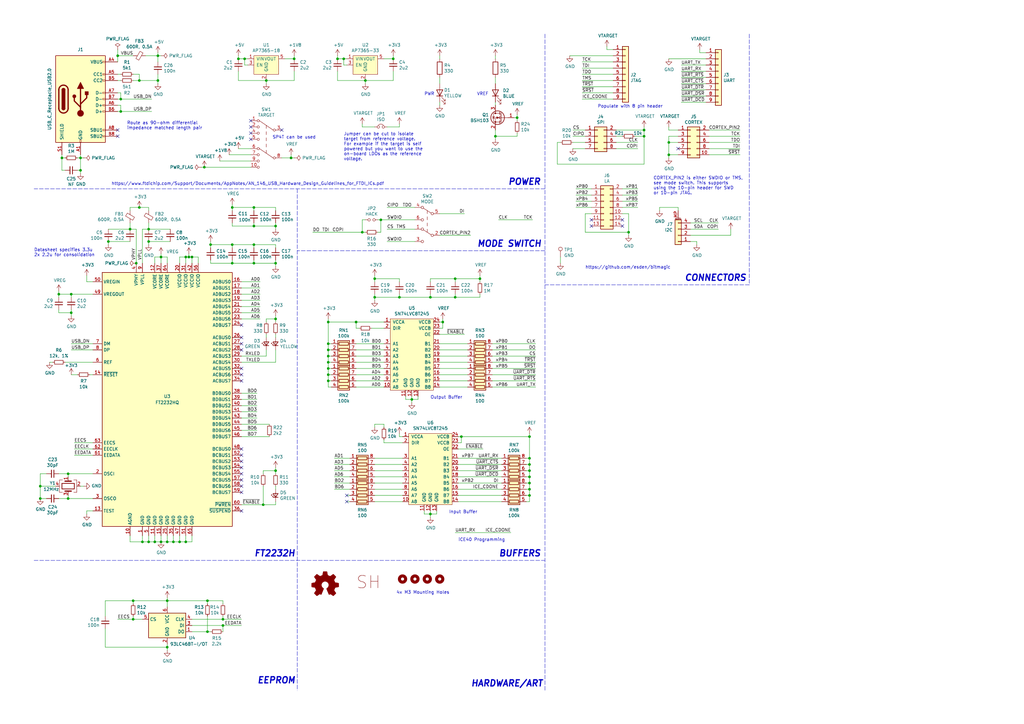
<source format=kicad_sch>
(kicad_sch (version 20231120) (generator "eeschema") (generator_version "8.0")
  (paper "A3")
  (title_block (title "Tigard") (date "2020-10-27") (rev "v1.1") (comment 1 "Copyright 2020 Franklin Harding") (comment 2 "Licensed under CC-BY-SA 4.0"))
  (junction (at 186.69 114.3))
  (junction (at 91.44 254))
  (junction (at 156.21 90.17))
  (junction (at 107.95 207.01))
  (junction (at 120.65 24.13))
  (junction (at 181.61 132.08))
  (junction (at 63.5 222.25))
  (junction (at 29.21 120.65))
  (junction (at 134.62 146.05))
  (junction (at 104.14 92.71))
  (junction (at 66.04 105.41))
  (junction (at 113.03 193.04))
  (junction (at 33.02 64.77))
  (junction (at 146.05 132.08))
  (junction (at 85.09 259.08))
  (junction (at 49.53 45.72))
  (junction (at 134.62 151.13))
  (junction (at 95.25 85.09))
  (junction (at 217.17 187.96))
  (junction (at 76.2 222.25))
  (junction (at 113.03 107.95))
  (junction (at 134.62 156.21))
  (junction (at 153.67 121.92))
  (junction (at 134.62 140.97))
  (junction (at 78.74 105.41))
  (junction (at 113.03 92.71))
  (junction (at 217.17 200.66))
  (junction (at 134.62 143.51))
  (junction (at 257.81 95.25))
  (junction (at 140.97 24.13))
  (junction (at 264.16 55.88))
  (junction (at 196.85 114.3))
  (junction (at 16.51 199.39))
  (junction (at 64.77 22.86))
  (junction (at 274.32 63.5))
  (junction (at 100.33 24.13))
  (junction (at 163.83 121.92))
  (junction (at 68.58 246.38))
  (junction (at 60.96 99.06))
  (junction (at 66.04 222.25))
  (junction (at 57.15 85.09))
  (junction (at 16.51 204.47))
  (junction (at 64.77 33.02))
  (junction (at 217.17 193.04))
  (junction (at 83.82 68.58))
  (junction (at 57.15 33.02))
  (junction (at 109.22 33.02))
  (junction (at 189.23 179.07))
  (junction (at 113.03 130.81))
  (junction (at 27.94 194.31))
  (junction (at 86.36 100.33))
  (junction (at 49.53 40.64))
  (junction (at 95.25 107.95))
  (junction (at 104.14 107.95))
  (junction (at 68.58 265.43))
  (junction (at 58.42 222.25))
  (junction (at 153.67 114.3))
  (junction (at 168.91 163.83))
  (junction (at 176.53 210.82))
  (junction (at 217.17 195.58))
  (junction (at 73.66 222.25))
  (junction (at 176.53 121.92))
  (junction (at 55.88 107.95))
  (junction (at 29.21 128.27))
  (junction (at 161.29 24.13))
  (junction (at 203.2 55.88))
  (junction (at 44.45 99.06))
  (junction (at 186.69 121.92))
  (junction (at 85.09 246.38))
  (junction (at 134.62 132.08))
  (junction (at 54.61 254))
  (junction (at 148.59 95.25))
  (junction (at 119.38 64.77))
  (junction (at 138.43 24.13))
  (junction (at 24.13 120.65))
  (junction (at 27.94 204.47))
  (junction (at 77.47 105.41))
  (junction (at 217.17 203.2))
  (junction (at 91.44 256.54))
  (junction (at 76.2 105.41))
  (junction (at 33.02 69.85))
  (junction (at 274.32 58.42))
  (junction (at 104.14 100.33))
  (junction (at 68.58 222.25))
  (junction (at 60.96 93.98))
  (junction (at 54.61 246.38))
  (junction (at 53.34 93.98))
  (junction (at 264.16 53.34))
  (junction (at 71.12 222.25))
  (junction (at 97.79 24.13))
  (junction (at 212.09 48.26))
  (junction (at 95.25 100.33))
  (junction (at 217.17 198.12))
  (junction (at 149.86 33.02))
  (junction (at 48.26 22.86))
  (junction (at 217.17 179.07))
  (junction (at 217.17 190.5))
  (junction (at 25.4 64.77))
  (junction (at 134.62 153.67))
  (junction (at 104.14 85.09))
  (junction (at 134.62 148.59))
  (junction (at 60.96 222.25))
  (no_connect (at 102.87 57.15))
  (no_connect (at 99.06 191.77))
  (no_connect (at 99.06 186.69))
  (no_connect (at 99.06 133.35))
  (no_connect (at 99.06 151.13))
  (no_connect (at 99.06 140.97))
  (no_connect (at 99.06 196.85))
  (no_connect (at 99.06 156.21))
  (no_connect (at 99.06 199.39))
  (no_connect (at 255.27 92.71))
  (no_connect (at 115.57 53.34))
  (no_connect (at 99.06 153.67))
  (no_connect (at 242.57 90.17))
  (no_connect (at 102.87 52.07))
  (no_connect (at 48.26 55.88))
  (no_connect (at 278.13 60.96))
  (no_connect (at 99.06 209.55))
  (no_connect (at 255.27 90.17))
  (no_connect (at 102.87 54.61))
  (no_connect (at 99.06 143.51))
  (no_connect (at 102.87 49.53))
  (no_connect (at 99.06 184.15))
  (no_connect (at 99.06 201.93))
  (no_connect (at 142.24 203.2))
  (no_connect (at 99.06 138.43))
  (no_connect (at 99.06 194.31))
  (no_connect (at 242.57 92.71))
  (no_connect (at 142.24 205.74))
  (no_connect (at 99.06 189.23))
  (no_connect (at 48.26 53.34))
  (wire (pts (xy 95.25 83.82) (xy 95.25 85.09)))
  (wire (pts (xy 290.83 63.5) (xy 303.53 63.5)))
  (wire (pts (xy 189.23 179.07) (xy 217.17 179.07)))
  (wire (pts (xy 91.44 246.38) (xy 91.44 247.65)))
  (wire (pts (xy 153.67 187.96) (xy 165.1 187.96)))
  (wire (pts (xy 48.26 20.32) (xy 48.26 22.86)))
  (wire (pts (xy 76.2 222.25) (xy 73.66 222.25)))
  (wire (pts (xy 187.96 200.66) (xy 205.74 200.66)))
  (wire (pts (xy 38.1 143.51) (xy 29.21 143.51)))
  (wire (pts (xy 104.14 100.33) (xy 113.03 100.33)))
  (wire (pts (xy 203.2 55.88) (xy 203.2 57.15)))
  (wire (pts (xy 68.58 246.38) (xy 68.58 245.11)))
  (wire (pts (xy 99.06 148.59) (xy 113.03 148.59)))
  (wire (pts (xy 154.94 90.17) (xy 156.21 90.17)))
  (wire (pts (xy 217.17 190.5) (xy 217.17 193.04)))
  (wire (pts (xy 63.5 219.71) (xy 63.5 222.25)))
  (wire (pts (xy 153.67 114.3) (xy 163.83 114.3)))
  (wire (pts (xy 212.09 48.26) (xy 212.09 49.53)))
  (wire (pts (xy 106.68 128.27) (xy 99.06 128.27)))
  (wire (pts (xy 97.79 60.96) (xy 102.87 60.96)))
  (wire (pts (xy 113.03 100.33) (xy 113.03 101.6)))
  (wire (pts (xy 77.47 105.41) (xy 78.74 105.41)))
  (wire (pts (xy 203.2 53.34) (xy 203.2 55.88)))
  (wire (pts (xy 58.42 222.25) (xy 60.96 222.25)))
  (wire (pts (xy 290.83 53.34) (xy 303.53 53.34)))
  (wire (pts (xy 149.86 34.29) (xy 149.86 33.02)))
  (wire (pts (xy 99.06 125.73) (xy 106.68 125.73)))
  (wire (pts (xy 99.06 130.81) (xy 106.68 130.81)))
  (wire (pts (xy 83.82 68.58) (xy 102.87 68.58)))
  (wire (pts (xy 264.16 52.07) (xy 264.16 53.34)))
  (wire (pts (xy 93.98 63.5) (xy 102.87 63.5)))
  (wire (pts (xy 161.29 33.02) (xy 149.86 33.02)))
  (wire (pts (xy 187.96 179.07) (xy 189.23 179.07)))
  (wire (pts (xy 147.32 134.62) (xy 146.05 134.62)))
  (wire (pts (xy 66.04 105.41) (xy 68.58 105.41)))
  (wire (pts (xy 257.81 87.63) (xy 257.81 95.25)))
  (wire (pts (xy 44.45 93.98) (xy 53.34 93.98)))
  (wire (pts (xy 196.85 113.03) (xy 196.85 114.3)))
  (wire (pts (xy 217.17 187.96) (xy 217.17 190.5)))
  (wire (pts (xy 176.53 210.82) (xy 176.53 212.09)))
  (wire (pts (xy 49.53 30.48) (xy 48.26 30.48)))
  (wire (pts (xy 113.03 191.77) (xy 113.03 193.04)))
  (wire (pts (xy 105.41 171.45) (xy 99.06 171.45)))
  (wire (pts (xy 138.43 33.02) (xy 149.86 33.02)))
  (wire (pts (xy 289.56 34.29) (xy 279.4 34.29)))
  (wire (pts (xy 29.21 120.65) (xy 38.1 120.65)))
  (wire (pts (xy 203.2 31.75) (xy 203.2 34.29)))
  (wire (pts (xy 283.21 91.44) (xy 294.64 91.44)))
  (wire (pts (xy 66.04 107.95) (xy 66.04 105.41)))
  (wire (pts (xy 101.6 26.67) (xy 100.33 26.67)))
  (wire (pts (xy 44.45 99.06) (xy 53.34 99.06)))
  (wire (pts (xy 60.96 93.98) (xy 60.96 91.44)))
  (wire (pts (xy 217.17 203.2) (xy 217.17 205.74)))
  (wire (pts (xy 64.77 22.86) (xy 64.77 25.4)))
  (wire (pts (xy 278.13 58.42) (xy 274.32 58.42)))
  (wire (pts (xy 234.95 58.42) (xy 240.03 58.42)))
  (wire (pts (xy 58.42 219.71) (xy 58.42 222.25)))
  (wire (pts (xy 204.47 90.17) (xy 218.44 90.17)))
  (wire (pts (xy 217.17 198.12) (xy 217.17 200.66)))
  (wire (pts (xy 270.51 85.09) (xy 278.13 85.09)))
  (wire (pts (xy 279.4 31.75) (xy 289.56 31.75)))
  (wire (pts (xy 91.44 254) (xy 99.06 254)))
  (wire (pts (xy 201.93 151.13) (xy 219.71 151.13)))
  (polyline (pts (xy 307.34 13.97) (xy 307.34 116.84)) (stroke (width 0) (type dash)))
  (wire (pts (xy 120.65 64.77) (xy 119.38 64.77)))
  (wire (pts (xy 57.15 85.09) (xy 60.96 85.09)))
  (wire (pts (xy 86.36 100.33) (xy 86.36 101.6)))
  (wire (pts (xy 134.62 158.75) (xy 134.62 156.21)))
  (wire (pts (xy 240.03 87.63) (xy 240.03 95.25)))
  (wire (pts (xy 191.77 151.13) (xy 180.34 151.13)))
  (wire (pts (xy 86.36 259.08) (xy 85.09 259.08)))
  (wire (pts (xy 109.22 137.16) (xy 109.22 138.43)))
  (wire (pts (xy 163.83 52.07) (xy 163.83 50.8)))
  (wire (pts (xy 140.97 26.67) (xy 140.97 24.13)))
  (wire (pts (xy 104.14 100.33) (xy 104.14 101.6)))
  (wire (pts (xy 62.23 45.72) (xy 49.53 45.72)))
  (wire (pts (xy 35.56 210.82) (xy 35.56 209.55)))
  (wire (pts (xy 134.62 143.51) (xy 134.62 140.97)))
  (wire (pts (xy 238.76 35.56) (xy 251.46 35.56)))
  (wire (pts (xy 90.17 66.04) (xy 102.87 66.04)))
  (wire (pts (xy 148.59 95.25) (xy 149.86 95.25)))
  (wire (pts (xy 285.75 99.06) (xy 285.75 100.33)))
  (wire (pts (xy 180.34 158.75) (xy 191.77 158.75)))
  (wire (pts (xy 137.16 198.12) (xy 143.51 198.12)))
  (wire (pts (xy 95.25 107.95) (xy 95.25 106.68)))
  (wire (pts (xy 217.17 177.8) (xy 217.17 179.07)))
  (wire (pts (xy 242.57 87.63) (xy 240.03 87.63)))
  (wire (pts (xy 212.09 46.99) (xy 212.09 48.26)))
  (wire (pts (xy 29.21 128.27) (xy 29.21 127)))
  (wire (pts (xy 104.14 85.09) (xy 113.03 85.09)))
  (wire (pts (xy 289.56 26.67) (xy 279.4 26.67)))
  (wire (pts (xy 279.4 36.83) (xy 289.56 36.83)))
  (wire (pts (xy 153.67 113.03) (xy 153.67 114.3)))
  (wire (pts (xy 57.15 85.09) (xy 53.34 85.09)))
  (wire (pts (xy 27.94 195.58) (xy 27.94 194.31)))
  (wire (pts (xy 113.03 92.71) (xy 113.03 93.98)))
  (wire (pts (xy 290.83 60.96) (xy 303.53 60.96)))
  (wire (pts (xy 30.48 181.61) (xy 38.1 181.61)))
  (wire (pts (xy 134.62 156.21) (xy 135.89 156.21)))
  (wire (pts (xy 77.47 105.41) (xy 77.47 104.14)))
  (wire (pts (xy 233.68 22.86) (xy 251.46 22.86)))
  (wire (pts (xy 26.67 148.59) (xy 38.1 148.59)))
  (wire (pts (xy 54.61 246.38) (xy 54.61 247.65)))
  (wire (pts (xy 81.28 105.41) (xy 81.28 107.95)))
  (wire (pts (xy 63.5 105.41) (xy 66.04 105.41)))
  (wire (pts (xy 135.89 140.97) (xy 134.62 140.97)))
  (wire (pts (xy 201.93 153.67) (xy 219.71 153.67)))
  (wire (pts (xy 60.96 93.98) (xy 69.85 93.98)))
  (wire (pts (xy 107.95 199.39) (xy 107.95 207.01)))
  (wire (pts (xy 116.84 24.13) (xy 120.65 24.13)))
  (wire (pts (xy 137.16 200.66) (xy 143.51 200.66)))
  (wire (pts (xy 64.77 21.59) (xy 64.77 22.86)))
  (wire (pts (xy 91.44 256.54) (xy 99.06 256.54)))
  (wire (pts (xy 274.32 63.5) (xy 274.32 64.77)))
  (wire (pts (xy 48.26 22.86) (xy 48.26 25.4)))
  (wire (pts (xy 191.77 140.97) (xy 180.34 140.97)))
  (wire (pts (xy 97.79 22.86) (xy 97.79 24.13)))
  (wire (pts (xy 63.5 222.25) (xy 66.04 222.25)))
  (wire (pts (xy 238.76 38.1) (xy 251.46 38.1)))
  (wire (pts (xy 99.06 168.91) (xy 105.41 168.91)))
  (wire (pts (xy 49.53 40.64) (xy 62.23 40.64)))
  (wire (pts (xy 104.14 91.44) (xy 104.14 92.71)))
  (wire (pts (xy 97.79 29.21) (xy 97.79 33.02)))
  (wire (pts (xy 156.21 90.17) (xy 156.21 95.25)))
  (wire (pts (xy 57.15 30.48) (xy 57.15 33.02)))
  (wire (pts (xy 43.18 252.73) (xy 43.18 246.38)))
  (wire (pts (xy 33.02 64.77) (xy 34.29 64.77)))
  (wire (pts (xy 289.56 41.91) (xy 279.4 41.91)))
  (wire (pts (xy 187.96 195.58) (xy 205.74 195.58)))
  (wire (pts (xy 85.09 246.38) (xy 85.09 247.65)))
  (wire (pts (xy 54.61 22.86) (xy 48.26 22.86)))
  (wire (pts (xy 187.96 198.12) (xy 205.74 198.12)))
  (wire (pts (xy 153.67 120.65) (xy 153.67 121.92)))
  (wire (pts (xy 196.85 115.57) (xy 196.85 114.3)))
  (wire (pts (xy 99.06 207.01) (xy 107.95 207.01)))
  (wire (pts (xy 49.53 43.18) (xy 49.53 45.72)))
  (wire (pts (xy 260.35 55.88) (xy 264.16 55.88)))
  (wire (pts (xy 217.17 195.58) (xy 215.9 195.58)))
  (wire (pts (xy 104.14 85.09) (xy 104.14 86.36)))
  (wire (pts (xy 29.21 153.67) (xy 31.75 153.67)))
  (wire (pts (xy 252.73 53.34) (xy 264.16 53.34)))
  (wire (pts (xy 264.16 67.31) (xy 264.16 55.88)))
  (wire (pts (xy 104.14 107.95) (xy 104.14 106.68)))
  (wire (pts (xy 153.67 198.12) (xy 165.1 198.12)))
  (wire (pts (xy 299.72 96.52) (xy 283.21 96.52)))
  (wire (pts (xy 53.34 222.25) (xy 58.42 222.25)))
  (wire (pts (xy 78.74 259.08) (xy 85.09 259.08)))
  (wire (pts (xy 20.32 148.59) (xy 21.59 148.59)))
  (wire (pts (xy 187.96 184.15) (xy 198.12 184.15)))
  (wire (pts (xy 180.34 87.63) (xy 190.5 87.63)))
  (wire (pts (xy 201.93 140.97) (xy 219.71 140.97)))
  (wire (pts (xy 278.13 85.09) (xy 278.13 86.36)))
  (wire (pts (xy 240.03 95.25) (xy 257.81 95.25)))
  (wire (pts (xy 153.67 114.3) (xy 153.67 115.57)))
  (wire (pts (xy 180.34 43.18) (xy 180.34 41.91)))
  (wire (pts (xy 191.77 156.21) (xy 180.34 156.21)))
  (wire (pts (xy 76.2 107.95) (xy 76.2 105.41)))
  (wire (pts (xy 287.02 20.32) (xy 287.02 21.59)))
  (wire (pts (xy 217.17 187.96) (xy 217.17 179.07)))
  (wire (pts (xy 219.71 156.21) (xy 201.93 156.21)))
  (wire (pts (xy 134.62 146.05) (xy 135.89 146.05)))
  (wire (pts (xy 76.2 105.41) (xy 77.47 105.41)))
  (wire (pts (xy 290.83 55.88) (xy 303.53 55.88)))
  (wire (pts (xy 85.09 259.08) (xy 85.09 252.73)))
  (wire (pts (xy 179.07 209.55) (xy 179.07 210.82)))
  (wire (pts (xy 201.93 146.05) (xy 219.71 146.05)))
  (wire (pts (xy 60.96 219.71) (xy 60.96 222.25)))
  (wire (pts (xy 66.04 104.14) (xy 66.04 105.41)))
  (wire (pts (xy 217.17 200.66) (xy 215.9 200.66)))
  (wire (pts (xy 134.62 153.67) (xy 134.62 151.13)))
  (wire (pts (xy 113.03 193.04) (xy 113.03 194.31)))
  (wire (pts (xy 157.48 181.61) (xy 157.48 180.34)))
  (wire (pts (xy 113.03 205.74) (xy 113.03 207.01)))
  (wire (pts (xy 134.62 146.05) (xy 134.62 143.51)))
  (wire (pts (xy 210.82 48.26) (xy 212.09 48.26)))
  (wire (pts (xy 179.07 210.82) (xy 176.53 210.82)))
  (wire (pts (xy 100.33 24.13) (xy 101.6 24.13)))
  (wire (pts (xy 43.18 257.81) (xy 43.18 265.43)))
  (polyline (pts (xy 307.34 116.84) (xy 223.52 116.84)) (stroke (width 0) (type dash)))
  (wire (pts (xy 105.41 166.37) (xy 99.06 166.37)))
  (wire (pts (xy 215.9 187.96) (xy 217.17 187.96)))
  (wire (pts (xy 180.34 132.08) (xy 181.61 132.08)))
  (wire (pts (xy 58.42 107.95) (xy 58.42 93.98)))
  (wire (pts (xy 157.48 175.26) (xy 157.48 173.99)))
  (wire (pts (xy 217.17 203.2) (xy 215.9 203.2)))
  (wire (pts (xy 140.97 24.13) (xy 142.24 24.13)))
  (wire (pts (xy 24.13 121.92) (xy 24.13 120.65)))
  (wire (pts (xy 29.21 129.54) (xy 29.21 128.27)))
  (wire (pts (xy 95.25 100.33) (xy 104.14 100.33)))
  (wire (pts (xy 68.58 219.71) (xy 68.58 222.25)))
  (wire (pts (xy 176.53 115.57) (xy 176.53 114.3)))
  (wire (pts (xy 134.62 148.59) (xy 135.89 148.59)))
  (wire (pts (xy 71.12 219.71) (xy 71.12 222.25)))
  (wire (pts (xy 16.51 194.31) (xy 16.51 199.39)))
  (wire (pts (xy 161.29 22.86) (xy 161.29 24.13)))
  (wire (pts (xy 274.32 24.13) (xy 289.56 24.13)))
  (wire (pts (xy 76.2 105.41) (xy 73.66 105.41)))
  (wire (pts (xy 238.76 30.48) (xy 251.46 30.48)))
  (wire (pts (xy 163.83 121.92) (xy 176.53 121.92)))
  (wire (pts (xy 64.77 30.48) (xy 64.77 33.02)))
  (wire (pts (xy 153.67 205.74) (xy 165.1 205.74)))
  (wire (pts (xy 137.16 187.96) (xy 143.51 187.96)))
  (wire (pts (xy 44.45 100.33) (xy 44.45 99.06)))
  (wire (pts (xy 120.65 33.02) (xy 109.22 33.02)))
  (wire (pts (xy 248.92 19.05) (xy 248.92 20.32)))
  (wire (pts (xy 99.06 176.53) (xy 105.41 176.53)))
  (wire (pts (xy 186.69 121.92) (xy 186.69 120.65)))
  (wire (pts (xy 242.57 77.47) (xy 236.22 77.47)))
  (wire (pts (xy 106.68 123.19) (xy 99.06 123.19)))
  (wire (pts (xy 186.69 115.57) (xy 186.69 114.3)))
  (wire (pts (xy 71.12 222.25) (xy 68.58 222.25)))
  (wire (pts (xy 34.29 199.39) (xy 33.02 199.39)))
  (wire (pts (xy 109.22 143.51) (xy 109.22 146.05)))
  (wire (pts (xy 26.67 64.77) (xy 25.4 64.77)))
  (wire (pts (xy 53.34 91.44) (xy 53.34 93.98)))
  (wire (pts (xy 25.4 69.85) (xy 26.67 69.85)))
  (wire (pts (xy 279.4 29.21) (xy 289.56 29.21)))
  (wire (pts (xy 181.61 130.81) (xy 181.61 132.08)))
  (wire (pts (xy 25.4 63.5) (xy 25.4 64.77)))
  (wire (pts (xy 29.21 121.92) (xy 29.21 120.65)))
  (wire (pts (xy 261.62 77.47) (xy 255.27 77.47)))
  (wire (pts (xy 27.94 204.47) (xy 38.1 204.47)))
  (wire (pts (xy 152.4 134.62) (xy 157.48 134.62)))
  (polyline (pts (xy 223.52 77.47) (xy 13.97 77.47)) (stroke (width 0) (type dash)))
  (wire (pts (xy 137.16 195.58) (xy 143.51 195.58)))
  (wire (pts (xy 165.1 181.61) (xy 157.48 181.61)))
  (wire (pts (xy 180.34 96.52) (xy 193.04 96.52)))
  (wire (pts (xy 33.02 63.5) (xy 33.02 64.77)))
  (wire (pts (xy 166.37 163.83) (xy 168.91 163.83)))
  (wire (pts (xy 203.2 41.91) (xy 203.2 43.18)))
  (wire (pts (xy 217.17 200.66) (xy 217.17 203.2)))
  (wire (pts (xy 261.62 82.55) (xy 255.27 82.55)))
  (wire (pts (xy 180.34 153.67) (xy 191.77 153.67)))
  (wire (pts (xy 212.09 55.88) (xy 212.09 54.61)))
  (wire (pts (xy 163.83 121.92) (xy 163.83 120.65)))
  (wire (pts (xy 166.37 162.56) (xy 166.37 163.83)))
  (wire (pts (xy 236.22 80.01) (xy 242.57 80.01)))
  (wire (pts (xy 217.17 190.5) (xy 215.9 190.5)))
  (wire (pts (xy 99.06 179.07) (xy 110.49 179.07)))
  (wire (pts (xy 109.22 130.81) (xy 109.22 132.08)))
  (wire (pts (xy 106.68 115.57) (xy 99.06 115.57)))
  (wire (pts (xy 35.56 115.57) (xy 38.1 115.57)))
  (wire (pts (xy 78.74 256.54) (xy 91.44 256.54)))
  (wire (pts (xy 55.88 93.98) (xy 55.88 107.95)))
  (wire (pts (xy 16.51 199.39) (xy 16.51 204.47)))
  (wire (pts (xy 217.17 198.12) (xy 215.9 198.12)))
  (wire (pts (xy 217.17 193.04) (xy 215.9 193.04)))
  (wire (pts (xy 176.53 121.92) (xy 176.53 120.65)))
  (wire (pts (xy 86.36 100.33) (xy 95.25 100.33)))
  (wire (pts (xy 201.93 158.75) (xy 219.71 158.75)))
  (wire (pts (xy 248.92 20.32) (xy 251.46 20.32)))
  (wire (pts (xy 53.34 219.71) (xy 53.34 222.25)))
  (wire (pts (xy 60.96 85.09) (xy 60.96 86.36)))
  (wire (pts (xy 57.15 33.02) (xy 64.77 33.02)))
  (wire (pts (xy 113.03 85.09) (xy 113.03 86.36)))
  (wire (pts (xy 180.34 34.29) (xy 180.34 31.75)))
  (wire (pts (xy 95.25 91.44) (xy 95.25 92.71)))
  (wire (pts (xy 91.44 254) (xy 91.44 252.73)))
  (wire (pts (xy 217.17 195.58) (xy 217.17 198.12)))
  (wire (pts (xy 43.18 265.43) (xy 68.58 265.43)))
  (wire (pts (xy 134.62 156.21) (xy 134.62 153.67)))
  (wire (pts (xy 234.95 55.88) (xy 240.03 55.88)))
  (wire (pts (xy 109.22 34.29) (xy 109.22 33.02)))
  (wire (pts (xy 149.86 90.17) (xy 148.59 90.17)))
  (wire (pts (xy 19.05 194.31) (xy 16.51 194.31)))
  (wire (pts (xy 113.03 137.16) (xy 113.03 138.43)))
  (wire (pts (xy 203.2 55.88) (xy 212.09 55.88)))
  (wire (pts (xy 54.61 252.73) (xy 54.61 254)))
  (wire (pts (xy 120.65 29.21) (xy 120.65 33.02)))
  (wire (pts (xy 48.26 33.02) (xy 49.53 33.02)))
  (wire (pts (xy 95.25 107.95) (xy 86.36 107.95)))
  (wire (pts (xy 299.72 93.98) (xy 299.72 96.52)))
  (wire (pts (xy 173.99 209.55) (xy 173.99 210.82)))
  (wire (pts (xy 48.26 45.72) (xy 49.53 45.72)))
  (wire (pts (xy 115.57 64.77) (xy 119.38 64.77)))
  (wire (pts (xy 134.62 151.13) (xy 134.62 148.59)))
  (wire (pts (xy 234.95 53.34) (xy 240.03 53.34)))
  (wire (pts (xy 157.48 156.21) (xy 146.05 156.21)))
  (wire (pts (xy 146.05 132.08) (xy 157.48 132.08)))
  (wire (pts (xy 78.74 219.71) (xy 78.74 222.25)))
  (wire (pts (xy 189.23 181.61) (xy 189.23 179.07)))
  (wire (pts (xy 171.45 163.83) (xy 168.91 163.83)))
  (wire (pts (xy 36.83 153.67) (xy 38.1 153.67)))
  (wire (pts (xy 153.67 123.19) (xy 153.67 121.92)))
  (wire (pts (xy 134.62 143.51) (xy 135.89 143.51)))
  (wire (pts (xy 148.59 90.17) (xy 148.59 95.25)))
  (wire (pts (xy 113.03 92.71) (xy 113.03 91.44)))
  (wire (pts (xy 113.03 143.51) (xy 113.03 148.59)))
  (wire (pts (xy 242.57 82.55) (xy 236.22 82.55)))
  (wire (pts (xy 113.03 107.95) (xy 104.14 107.95)))
  (wire (pts (xy 146.05 143.51) (xy 157.48 143.51)))
  (wire (pts (xy 274.32 53.34) (xy 278.13 53.34)))
  (wire (pts (xy 97.79 33.02) (xy 109.22 33.02)))
  (wire (pts (xy 153.67 200.66) (xy 165.1 200.66)))
  (wire (pts (xy 283.21 93.98) (xy 294.64 93.98)))
  (wire (pts (xy 24.13 204.47) (xy 27.94 204.47)))
  (wire (pts (xy 157.48 151.13) (xy 146.05 151.13)))
  (wire (pts (xy 53.34 85.09) (xy 53.34 86.36)))
  (wire (pts (xy 54.61 30.48) (xy 57.15 30.48)))
  (wire (pts (xy 73.66 105.41) (xy 73.66 107.95)))
  (wire (pts (xy 143.51 205.74) (xy 142.24 205.74)))
  (wire (pts (xy 229.87 58.42) (xy 228.6 58.42)))
  (wire (pts (xy 201.93 143.51) (xy 219.71 143.51)))
  (wire (pts (xy 158.75 99.06) (xy 170.18 99.06)))
  (wire (pts (xy 168.91 165.1) (xy 168.91 163.83)))
  (wire (pts (xy 99.06 120.65) (xy 106.68 120.65)))
  (wire (pts (xy 86.36 107.95) (xy 86.36 106.68)))
  (wire (pts (xy 186.69 114.3) (xy 196.85 114.3)))
  (wire (pts (xy 146.05 146.05) (xy 157.48 146.05)))
  (wire (pts (xy 54.61 254) (xy 58.42 254)))
  (wire (pts (xy 76.2 219.71) (xy 76.2 222.25)))
  (wire (pts (xy 134.62 140.97) (xy 134.62 132.08)))
  (wire (pts (xy 48.26 254) (xy 54.61 254)))
  (wire (pts (xy 68.58 222.25) (xy 66.04 222.25)))
  (wire (pts (xy 187.96 181.61) (xy 189.23 181.61)))
  (wire (pts (xy 68.58 105.41) (xy 68.58 107.95)))
  (wire (pts (xy 95.25 92.71) (xy 104.14 92.71)))
  (wire (pts (xy 274.32 63.5) (xy 278.13 63.5)))
  (wire (pts (xy 163.83 177.8) (xy 163.83 179.07)))
  (wire (pts (xy 95.25 85.09) (xy 104.14 85.09)))
  (wire (pts (xy 180.34 148.59) (xy 191.77 148.59)))
  (wire (pts (xy 68.58 246.38) (xy 54.61 246.38)))
  (wire (pts (xy 113.03 199.39) (xy 113.03 200.66)))
  (wire (pts (xy 104.14 92.71) (xy 113.03 92.71)))
  (wire (pts (xy 78.74 254) (xy 91.44 254)))
  (wire (pts (xy 228.6 58.42) (xy 228.6 67.31)))
  (wire (pts (xy 157.48 173.99) (xy 153.67 173.99)))
  (wire (pts (xy 176.53 114.3) (xy 186.69 114.3)))
  (wire (pts (xy 38.1 184.15) (xy 30.48 184.15)))
  (wire (pts (xy 180.34 134.62) (xy 181.61 134.62)))
  (wire (pts (xy 290.83 58.42) (xy 303.53 58.42)))
  (wire (pts (xy 203.2 22.86) (xy 203.2 24.13)))
  (wire (pts (xy 99.06 173.99) (xy 110.49 173.99)))
  (wire (pts (xy 78.74 107.95) (xy 78.74 105.41)))
  (wire (pts (xy 104.14 107.95) (xy 95.25 107.95)))
  (wire (pts (xy 86.36 99.06) (xy 86.36 100.33)))
  (wire (pts (xy 153.67 173.99) (xy 153.67 175.26)))
  (wire (pts (xy 148.59 52.07) (xy 153.67 52.07)))
  (wire (pts (xy 191.77 146.05) (xy 180.34 146.05)))
  (wire (pts (xy 158.75 85.09) (xy 170.18 85.09)))
  (wire (pts (xy 73.66 222.25) (xy 71.12 222.25)))
  (polyline (pts (xy 223.52 102.87) (xy 121.92 102.87)) (stroke (width 0) (type dash)))
  (wire (pts (xy 64.77 34.29) (xy 64.77 33.02)))
  (wire (pts (xy 165.1 203.2) (xy 153.67 203.2)))
  (wire (pts (xy 107.95 207.01) (xy 113.03 207.01)))
  (wire (pts (xy 158.75 52.07) (xy 163.83 52.07)))
  (wire (pts (xy 66.04 222.25) (xy 66.04 219.71)))
  (wire (pts (xy 63.5 105.41) (xy 63.5 107.95)))
  (wire (pts (xy 100.33 24.13) (xy 97.79 24.13)))
  (wire (pts (xy 134.62 153.67) (xy 135.89 153.67)))
  (wire (pts (xy 146.05 132.08) (xy 146.05 134.62)))
  (wire (pts (xy 187.96 203.2) (xy 205.74 203.2)))
  (wire (pts (xy 158.75 93.98) (xy 170.18 93.98)))
  (wire (pts (xy 176.53 121.92) (xy 186.69 121.92)))
  (wire (pts (xy 95.25 85.09) (xy 95.25 86.36)))
  (wire (pts (xy 165.1 190.5) (xy 153.67 190.5)))
  (wire (pts (xy 287.02 21.59) (xy 289.56 21.59)))
  (wire (pts (xy 161.29 29.21) (xy 161.29 33.02)))
  (wire (pts (xy 43.18 246.38) (xy 54.61 246.38)))
  (wire (pts (xy 173.99 210.82) (xy 176.53 210.82)))
  (wire (pts (xy 16.51 204.47) (xy 19.05 204.47)))
  (wire (pts (xy 68.58 265.43) (xy 68.58 264.16)))
  (wire (pts (xy 53.34 93.98) (xy 55.88 93.98)))
  (wire (pts (xy 146.05 140.97) (xy 157.48 140.97)))
  (wire (pts (xy 157.48 153.67) (xy 146.05 153.67)))
  (wire (pts (xy 171.45 162.56) (xy 171.45 163.83)))
  (wire (pts (xy 153.67 193.04) (xy 165.1 193.04)))
  (wire (pts (xy 31.75 64.77) (xy 33.02 64.77)))
  (wire (pts (xy 73.66 219.71) (xy 73.66 222.25)))
  (wire (pts (xy 257.81 95.25) (xy 257.81 96.52)))
  (wire (pts (xy 186.69 218.44) (xy 209.55 218.44)))
  (wire (pts (xy 78.74 222.25) (xy 76.2 222.25)))
  (wire (pts (xy 60.96 100.33) (xy 60.96 99.06)))
  (wire (pts (xy 134.62 151.13) (xy 135.89 151.13)))
  (wire (pts (xy 217.17 205.74) (xy 215.9 205.74)))
  (wire (pts (xy 24.13 120.65) (xy 29.21 120.65)))
  (wire (pts (xy 107.95 193.04) (xy 113.03 193.04)))
  (wire (pts (xy 49.53 38.1) (xy 49.53 40.64)))
  (polyline (pts (xy 13.97 229.87) (xy 223.52 229.87)) (stroke (width 0) (type dash)))
  (wire (pts (xy 283.21 99.06) (xy 285.75 99.06)))
  (wire (pts (xy 59.69 22.86) (xy 64.77 22.86)))
  (wire (pts (xy 31.75 69.85) (xy 33.02 69.85)))
  (wire (pts (xy 113.03 109.22) (xy 113.03 107.95)))
  (wire (pts (xy 180.34 22.86) (xy 180.34 24.13)))
  (wire (pts (xy 134.62 130.81) (xy 134.62 132.08)))
  (wire (pts (xy 176.53 209.55) (xy 176.53 210.82)))
  (wire (pts (xy 156.21 90.17) (xy 170.18 90.17)))
  (wire (pts (xy 187.96 205.74) (xy 205.74 205.74)))
  (wire (pts (xy 113.03 129.54) (xy 113.03 130.81)))
  (wire (pts (xy 180.34 143.51) (xy 191.77 143.51)))
  (wire (pts (xy 180.34 137.16) (xy 190.5 137.16)))
  (wire (pts (xy 238.76 40.64) (xy 251.46 40.64)))
  (wire (pts (xy 68.58 246.38) (xy 85.09 246.38)))
  (wire (pts (xy 99.06 163.83) (xy 105.41 163.83)))
  (wire (pts (xy 78.74 105.41) (xy 81.28 105.41)))
  (wire (pts (xy 48.26 43.18) (xy 49.53 43.18)))
  (wire (pts (xy 153.67 121.92) (xy 163.83 121.92)))
  (polyline (pts (xy 223.52 13.97) (xy 223.52 283.21)) (stroke (width 0) (type dash)))
  (wire (pts (xy 91.44 259.08) (xy 91.44 256.54)))
  (wire (pts (xy 134.62 132.08) (xy 146.05 132.08)))
  (wire (pts (xy 68.58 266.7) (xy 68.58 265.43)))
  (wire (pts (xy 163.83 114.3) (xy 163.83 115.57)))
  (wire (pts (xy 24.13 194.31) (xy 27.94 194.31)))
  (wire (pts (xy 142.24 26.67) (xy 140.97 26.67)))
  (wire (pts (xy 60.96 222.25) (xy 63.5 222.25)))
  (wire (pts (xy 27.94 203.2) (xy 27.94 204.47)))
  (wire (pts (xy 135.89 158.75) (xy 134.62 158.75)))
  (wire (pts (xy 255.27 87.63) (xy 257.81 87.63)))
  (wire (pts (xy 58.42 93.98) (xy 60.96 93.98)))
  (wire (pts (xy 228.6 67.31) (xy 264.16 67.31)))
  (wire (pts (xy 24.13 128.27) (xy 29.21 128.27)))
  (wire (pts (xy 100.33 26.67) (xy 100.33 24.13)))
  (wire (pts (xy 238.76 33.02) (xy 251.46 33.02)))
  (wire (pts (xy 234.95 60.96) (xy 240.03 60.96)))
  (wire (pts (xy 156.21 95.25) (xy 154.94 95.25)))
  (wire (pts (xy 270.51 86.36) (xy 270.51 85.09)))
  (wire (pts (xy 24.13 120.65) (xy 24.13 119.38)))
  (wire (pts (xy 137.16 193.04) (xy 143.51 193.04)))
  (wire (pts (xy 148.59 50.8) (xy 148.59 52.07)))
  (wire (pts (xy 279.4 39.37) (xy 289.56 39.37)))
  (wire (pts (xy 238.76 27.94) (xy 251.46 27.94)))
  (wire (pts (xy 33.02 64.77) (xy 33.02 69.85)))
  (wire (pts (xy 140.97 24.13) (xy 138.43 24.13)))
  (wire (pts (xy 274.32 58.42) (xy 274.32 63.5)))
  (wire (pts (xy 49.53 40.64) (xy 48.26 40.64)))
  (wire (pts (xy 274.32 52.07) (xy 274.32 53.34)))
  (wire (pts (xy 113.03 130.81) (xy 113.03 132.08)))
  (wire (pts (xy 163.83 179.07) (xy 165.1 179.07)))
  (wire (pts (xy 33.02 71.12) (xy 33.02 69.85)))
  (wire (pts (xy 186.69 121.92) (xy 196.85 121.92)))
  (wire (pts (xy 27.94 194.31) (xy 38.1 194.31)))
  (wire (pts (xy 134.62 148.59) (xy 134.62 146.05)))
  (wire (pts (xy 128.27 95.25) (xy 148.59 95.25)))
  (wire (pts (xy 113.03 130.81) (xy 109.22 130.81)))
  (wire (pts (xy 252.73 58.42) (xy 261.62 58.42)))
  (wire (pts (xy 85.09 246.38) (xy 91.44 246.38)))
  (wire (pts (xy 196.85 121.92) (xy 196.85 120.65)))
  (wire (pts (xy 95.25 100.33) (xy 95.25 101.6)))
  (wire (pts (xy 157.48 24.13) (xy 161.29 24.13)))
  (wire (pts (xy 48.26 38.1) (xy 49.53 38.1)))
  (wire (pts (xy 66.04 22.86) (xy 64.77 22.86)))
  (wire (pts (xy 229.87 105.41) (xy 229.87 107.95)))
  (wire (pts (xy 261.62 85.09) (xy 255.27 85.09)))
  (wire (pts (xy 187.96 187.96) (xy 205.74 187.96)))
  (wire (pts (xy 99.06 146.05) (xy 109.22 146.05)))
  (wire (pts (xy 137.16 190.5) (xy 143.51 190.5)))
  (wire (pts (xy 113.03 107.95) (xy 113.03 106.68)))
  (wire (pts (xy 255.27 80.01) (xy 261.62 80.01)))
  (wire (pts (xy 165.1 195.58) (xy 153.67 195.58)))
  (wire (pts (xy 168.91 162.56) (xy 168.91 163.83)))
  (wire (pts (xy 255.27 55.88) (xy 252.73 55.88)))
  (wire (pts (xy 274.32 58.42) (xy 274.32 55.88)))
  (wire (pts (xy 217.17 193.04) (xy 217.17 195.58)))
  (wire (pts (xy 30.48 186.69) (xy 38.1 186.69)))
  (wire (pts (xy 146.05 148.59) (xy 157.48 148.59)))
  (wire (pts (xy 138.43 29.21) (xy 138.43 33.02)))
  (wire (pts (xy 138.43 22.86) (xy 138.43 24.13)))
  (wire (pts (xy 252.73 60.96) (xy 261.62 60.96)))
  (wire (pts (xy 35.56 113.03) (xy 35.56 115.57)))
  (wire (pts (xy 236.22 85.09) (xy 242.57 85.09)))
  (wire (pts (xy 107.95 194.31) (xy 107.95 193.04)))
  (wire (pts (xy 119.38 64.77) (xy 119.38 63.5)))
  (wire (pts (xy 142.24 203.2) (xy 143.51 203.2)))
  (wire (pts (xy 29.21 140.97) (xy 38.1 140.97)))
  (wire (pts (xy 24.13 127) (xy 24.13 128.27)))
  (wire (pts (xy 187.96 190.5) (xy 205.74 190.5)))
  (wire (pts (xy 54.61 33.02) (xy 57.15 33.02)))
  (wire (pts (xy 274.32 55.88) (xy 278.13 55.88)))
  (wire (pts (xy 264.16 55.88) (xy 264.16 53.34)))
  (wire (pts (xy 120.65 22.86) (xy 120.65 24.13)))
  (wire (pts (xy 238.76 25.4) (xy 251.46 25.4)))
  (wire (pts (xy 35.56 209.55) (xy 38.1 209.55)))
  (wire (pts (xy 181.61 134.62) (xy 181.61 132.08)))
  (wire (pts (xy 106.68 118.11) (xy 99.06 118.11)))
  (wire (pts (xy 157.48 158.75) (xy 146.05 158.75)))
  (wire (pts (xy 82.55 68.58) (xy 83.82 68.58)))
  (wire (pts (xy 60.96 99.06) (xy 69.85 99.06)))
  (wire (pts (xy 201.93 148.59) (xy 219.71 148.59)))
  (wire (pts (xy 105.41 161.29) (xy 99.06 161.29)))
  (polyline (pts (xy 121.92 77.47) (xy 121.92 283.21)) (stroke (width 0) (type dash)))
  (wire (pts (xy 187.96 193.04) (xy 205.74 193.04)))
  (wire (pts (xy 68.58 246.38) (xy 68.58 248.92)))
  (wire (pts (xy 22.86 199.39) (xy 16.51 199.39)))
  (wire (pts (xy 25.4 64.77) (xy 25.4 69.85)))
  (text "EEPROM" (at 105.41 280.67 0) (effects (font (size 2.54 2.54) (thickness 0.508) (bold yes) (italic yes)) (justify left bottom)))
  (text "PWR" (at 173.99 39.37 0) (effects (font (size 1.27 1.27)) (justify left bottom)))
  (text "CONNECTORS" (at 280.67 115.57 0) (effects (font (size 2.54 2.54) (thickness 0.508) (bold yes) (italic yes)) (justify left bottom)))
  (text "SP4T can be used" (at 111.76 57.15 0) (effects (font (size 1.27 1.27)) (justify left bottom)))
  (text "Route as 90-ohm differential\nimpedance matched length pair" (at 52.07 53.34 0) (effects (font (size 1.27 1.27)) (justify left bottom)))
  (text "4x M3 Mounting Holes" (at 162.56 243.84 0) (effects (font (size 1.27 1.27)) (justify left bottom)))
  (text "iCE40 Programming" (at 187.96 222.25 0) (effects (font (size 1.27 1.27)) (justify left bottom)))
  (text "MODE SWITCH" (at 195.58 101.6 0) (effects (font (size 2.54 2.54) (thickness 0.508) (bold yes) (italic yes)) (justify left bottom)))
  (text "https://www.ftdichip.com/Support/Documents/AppNotes/AN_146_USB_Hardware_Design_Guidelines_for_FTDI_ICs.pdf" (at 45.72 76.2 0) (effects (font (size 1.27 1.27)) (justify left bottom)))
  (text "HARDWARE/ART" (at 193.04 281.94 0) (effects (font (size 2.54 2.54) (thickness 0.508) (bold yes) (italic yes)) (justify left bottom)))
  (text "Input Buffer" (at 184.15 210.82 0) (effects (font (size 1.27 1.27)) (justify left bottom)))
  (text "Populate with 8 pin header" (at 245.11 44.45 0) (effects (font (size 1.27 1.27)) (justify left bottom)))
  (text "POWER" (at 208.28 76.2 0) (effects (font (size 2.54 2.54) (thickness 0.508) (bold yes) (italic yes)) (justify left bottom)))
  (text "BUFFERS" (at 204.47 228.6 0) (effects (font (size 2.54 2.54) (thickness 0.508) (bold yes) (italic yes)) (justify left bottom)))
  (text "Output Buffer" (at 176.53 163.83 0) (effects (font (size 1.27 1.27)) (justify left bottom)))
  (text "VREF" (at 195.58 39.37 0) (effects (font (size 1.27 1.27)) (justify left bottom)))
  (text "CORTEX_PIN2 is either SWDIO or TMS,\nsee mode switch. This supports\nusing the 10-pin header for SWD\nor 10-pin JTAG." (at 267.97 80.01 0) (effects (font (size 1.27 1.27)) (justify left bottom)))
  (text "FT2232H" (at 104.14 228.6 0) (effects (font (size 2.54 2.54) (thickness 0.508) (bold yes) (italic yes)) (justify left bottom)))
  (text "Datasheet specifies 3.3u\n2x 2.2u for consolidation" (at 13.97 105.41 0) (effects (font (size 1.27 1.27)) (justify left bottom)))
  (text "Jumper can be cut to isolate\ntarget from reference voltage.\nFor example if the target is self\npowered but you want to use the\non-board LDOs as the reference\nvoltage." (at 140.97 66.04 0) (effects (font (size 1.27 1.27)) (justify left bottom)))
  (text "https://github.com/esden/bitmagic" (at 240.03 110.49 0) (effects (font (size 1.27 1.27)) (justify left bottom)))
  (label "COPI" (at 261.62 60.96 180))
  (label "BD3" (at 152.4 146.05 0))
  (label "USB_DN" (at 29.21 140.97 0))
  (label "TDO" (at 165.1 85.09 0))
  (label "xPB7" (at 194.31 187.96 180))
  (label "xPB4" (at 236.22 82.55 0))
  (label "TDI" (at 132.08 95.25 0))
  (label "xPB6" (at 208.28 158.75 180))
  (label "CORTEX_PIN2" (at 193.04 96.52 180))
  (label "CIPO" (at 158.75 85.09 0))
  (label "DI" (at 190.5 87.63 180))
  (label "xPB7" (at 261.62 85.09 180))
  (label "AD2" (at 106.68 120.65 180))
  (label "~{TRST}" (at 219.71 148.59 180))
  (label "xPB4" (at 208.28 148.59 180))
  (label "BD3" (at 105.41 168.91 180))
  (label "~{SRST}" (at 238.76 38.1 0))
  (label "TDO" (at 238.76 30.48 0))
  (label "EECLK" (at 30.48 184.15 0))
  (label "xPB0" (at 236.22 77.47 0))
  (label "AD0" (at 152.4 158.75 0))
  (label "~{UART_RTS}" (at 219.71 156.21 180))
  (label "CIPO" (at 234.95 55.88 0))
  (label "DO" (at 219.71 143.51 180))
  (label "~{UART_DCD}" (at 279.4 41.91 0))
  (label "BD6" (at 105.41 176.53 180))
  (label "~{ENABLE}" (at 190.5 137.16 180))
  (label "AD4" (at 106.68 125.73 180))
  (label "xPB3" (at 261.62 80.01 180))
  (label "TDI" (at 238.76 27.94 0))
  (label "~{SRST}" (at 219.71 151.13 180))
  (label "CS" (at 158.75 93.98 0))
  (label "SCL" (at 288.29 91.44 180))
  (label "DI" (at 204.47 198.12 180))
  (label "~{UART_DSR}" (at 204.47 193.04 180))
  (label "SDA" (at 288.29 93.98 180))
  (label "UART_RX" (at 204.47 187.96 180))
  (label "xPB0" (at 208.28 140.97 180))
  (label "BD4" (at 152.4 148.59 0))
  (label "AD4" (at 152.4 153.67 0))
  (label "CORTEX_PIN2" (at 303.53 53.34 180))
  (label "VPHY" (at 55.88 106.68 90))
  (label "xPB1" (at 208.28 143.51 180))
  (label "~{UART_CTS}" (at 204.47 190.5 180))
  (label "BD2" (at 105.41 166.37 180))
  (label "~{UART_DCD}" (at 204.47 195.58 180))
  (label "CLK" (at 294.64 91.44 180))
  (label "ICE_CDONE" (at 204.47 200.66 180))
  (label "ICE_CDONE" (at 209.55 218.44 180))
  (label "BD2" (at 137.16 198.12 0))
  (label "TDO" (at 303.53 58.42 180))
  (label "CLK" (at 219.71 140.97 180))
  (label "CS" (at 234.95 53.34 0))
  (label "~{UART_RTS}" (at 279.4 31.75 0))
  (label "EECS" (at 48.26 254 0))
  (label "TCK" (at 303.53 55.88 180))
  (label "RXLED" (at 106.68 146.05 180))
  (label "COPI" (at 140.97 95.25 180))
  (label "AD2" (at 152.4 156.21 0))
  (label "xPB1" (at 261.62 77.47 180))
  (label "CLK" (at 204.47 90.17 0))
  (label "~{TRST}" (at 238.76 35.56 0))
  (label "TCK" (at 238.76 25.4 0))
  (label "SWDIO" (at 158.75 99.06 0))
  (label "TXLED" (at 106.68 148.59 180))
  (label "BD5" (at 105.41 173.99 180))
  (label "BD5" (at 152.4 151.13 0))
  (label "CLK" (at 261.62 58.42 180))
  (label "AD5" (at 106.68 128.27 180))
  (label "AD6" (at 137.16 195.58 0))
  (label "~{SRST}" (at 303.53 63.5 180))
  (label "AD3" (at 137.16 190.5 0))
  (label "VBUS" (at 54.61 22.86 180))
  (label "BD6" (at 137.16 200.66 0))
  (label "DO" (at 128.27 95.25 0))
  (label "AD1" (at 106.68 118.11 180))
  (label "BD4" (at 105.41 171.45 180))
  (label "~{UART_CTS}" (at 279.4 34.29 0))
  (label "~{ENABLE}" (at 198.12 184.15 180))
  (label "ICE_CDONE" (at 238.76 40.64 0))
  (label "AD3" (at 106.68 123.19 180))
  (label "UART_RX" (at 186.69 218.44 0))
  (label "TDI" (at 303.53 60.96 180))
  (label "EEDATA" (at 99.06 256.54 180))
  (label "~{ENABLE}" (at 106.68 207.01 180))
  (label "CS" (at 219.71 146.05 180))
  (label "SWDIO" (at 158.75 90.17 0))
  (label "xPB5" (at 208.28 151.13 180))
  (label "AD0" (at 106.68 115.57 180))
  (label "BD1" (at 105.41 163.83 180))
  (label "USB_DP" (at 62.23 45.72 180))
  (label "~{UART_DSR}" (at 279.4 39.37 0))
  (label "TMS" (at 162.56 93.98 0))
  (label "xPB2" (at 236.22 80.01 0))
  (label "BD7" (at 105.41 179.07 180))
  (label "AD1" (at 137.16 187.96 0))
  (label "AD6" (at 106.68 130.81 180))
  (label "~{UART_DTR}" (at 279.4 36.83 0))
  (label "BD0" (at 105.41 161.29 180))
  (label "UART_TX" (at 219.71 158.75 180))
  (label "xPB5" (at 261.62 82.55 180))
  (label "EEDATA" (at 30.48 186.69 0))
  (label "COPI" (at 294.64 93.98 180))
  (label "xPB6" (at 236.22 85.09 0))
  (label "USB_DP" (at 29.21 143.51 0))
  (label "EECS" (at 30.48 181.61 0))
  (label "~{UART_DTR}" (at 219.71 153.67 180))
  (label "xPB3" (at 208.28 146.05 180))
  (label "TMS" (at 238.76 33.02 0))
  (label "BD1" (at 152.4 143.51 0))
  (label "UART_RX" (at 279.4 29.21 0))
  (label "USB_DN" (at 62.23 40.64 180))
  (label "TCK" (at 218.44 90.17 180))
  (label "AD5" (at 137.16 193.04 0))
  (label "BD0" (at 152.4 140.97 0))
  (label "EECLK" (at 99.06 254 180))
  (label "UART_TX" (at 279.4 26.67 0))
  (label "VPLL" (at 58.42 106.68 90))
  (label "xPB2" (at 194.31 198.12 180))
  (symbol (lib_id "tigard-rescue:USB_C_Receptacle_USB2.0-Connector") (at 33.02 40.64 0) (unit 1)
    (property "Reference" "J1" (at 33.02 20.32 0))
    (property "Value" "USB_C_Receptacle_USB2.0" (at 20.32 40.64 90))
    (property "Footprint" "tigard:USB_C_Receptacle_HRO_TYPE-C-31-M-12" (effects (hide yes)))
    (property "Datasheet" "https://www.usb.org/sites/default/files/documents/usb_type-c.zip" (effects (hide yes)))
    (property "P/N" "TYPE-C-31-M-12" (effects (hide yes)))
    (property "LCSC" "C165948" (effects (hide yes)))
    (property "Key" "conn-smd-usb-c-2" (effects (hide yes)))
  )
  (symbol (lib_id "tigard-rescue:PWR_FLAG-power") (at 48.26 20.32 0) (unit 1)
    (property "Reference" "#FLG0101" (effects (hide yes)))
    (property "Value" "PWR_FLAG" (at 48.26 15.9258 0))
  )
  (symbol (lib_id "Device:R_Small") (at 52.07 30.48 270) (unit 1)
    (property "Reference" "R1" (at 52.07 25.5016 90))
    (property "Value" "5k1" (at 52.07 27.813 90))
    (property "Footprint" "Resistor_SMD:R_0402_1005Metric" (effects (hide yes)))
    (property "P/N" "0402WGJ0512TCE" (effects (hide yes)))
    (property "LCSC" "C25941" (effects (hide yes)))
    (property "Key" "res-0402-5k1" (effects (hide yes)))
  )
  (symbol (lib_id "Device:R_Small") (at 52.07 33.02 90) (mirror x) (unit 1)
    (property "Reference" "R2" (at 52.07 38.1 90))
    (property "Value" "5k1" (at 52.07 35.56 90))
    (property "Footprint" "Resistor_SMD:R_0402_1005Metric" (effects (hide yes)))
    (property "P/N" "0402WGJ0512TCE" (effects (hide yes)))
    (property "LCSC" "C25941" (effects (hide yes)))
    (property "Key" "res-0402-5k1" (effects (hide yes)))
  )
  (symbol (lib_id "tigard-rescue:GND-power") (at 64.77 34.29 0) (unit 1)
    (property "Reference" "#PWR0102" (effects (hide yes)))
    (property "Value" "GND" (at 64.897 38.6842 0))
  )
  (symbol (lib_id "tigard-rescue:GND-power") (at 33.02 71.12 0) (unit 1)
    (property "Reference" "#PWR0103" (effects (hide yes)))
    (property "Value" "GND" (at 33.147 75.5142 0))
  )
  (symbol (lib_id "tigard:AP7365-18") (at 109.22 26.67 0) (unit 1)
    (property "Reference" "U1" (at 109.22 18.415 0))
    (property "Value" "AP7365-18" (at 109.22 20.7264 0))
    (property "Footprint" "tigard:SOT-23-5_RoundRect" (effects (hide yes)))
    (property "P/N" "AP7365-18WG-7" (effects (hide yes)))
    (property "LCSC" "C460402" (effects (hide yes)))
    (property "Key" "vreg-sot23-5-1v8" (effects (hide yes)))
  )
  (symbol (lib_id "Connector_Generic:Conn_02x04_Odd_Even") (at 245.11 55.88 0) (unit 1)
    (property "Reference" "J4" (at 246.38 47.8282 0))
    (property "Value" "SPI" (at 246.38 50.1396 0))
    (property "Footprint" "tigard:PinHeader_2x04_P2.54mm_Vertical" (effects (hide yes)))
    (property "P/N" "MTP125-1204S1" (effects (hide yes)))
    (property "LCSC" "C358693" (effects (hide yes)))
    (property "Key" "conn-th-01in-4-2-hdr" (effects (hide yes)))
  )
  (symbol (lib_id "tigard-rescue:GND-power") (at 109.22 34.29 0) (unit 1)
    (property "Reference" "#PWR0104" (effects (hide yes)))
    (property "Value" "GND" (at 109.347 38.6842 0))
  )
  (symbol (lib_id "tigard-rescue:+5V-power") (at 97.79 22.86 0) (unit 1)
    (property "Reference" "#PWR0105" (effects (hide yes)))
    (property "Value" "+5V" (at 98.171 18.4658 0))
  )
  (symbol (lib_id "tigard-rescue:+1V8-power") (at 120.65 22.86 0) (unit 1)
    (property "Reference" "#PWR0106" (effects (hide yes)))
    (property "Value" "+1V8" (at 121.031 18.4658 0))
  )
  (symbol (lib_id "tigard-rescue:GND-power") (at 149.86 34.29 0) (unit 1)
    (property "Reference" "#PWR0107" (effects (hide yes)))
    (property "Value" "GND" (at 149.987 38.6842 0))
  )
  (symbol (lib_id "tigard-rescue:+5V-power") (at 138.43 22.86 0) (unit 1)
    (property "Reference" "#PWR0108" (effects (hide yes)))
    (property "Value" "+5V" (at 138.811 18.4658 0))
  )
  (symbol (lib_id "tigard:AP7365-33") (at 149.86 26.67 0) (unit 1)
    (property "Reference" "U2" (at 149.86 18.415 0))
    (property "Value" "AP7365-33" (at 149.86 20.7264 0))
    (property "Footprint" "tigard:SOT-23-5_RoundRect" (effects (hide yes)))
    (property "P/N" "AP7365-33WG-7" (effects (hide yes)))
    (property "LCSC" "C150742" (effects (hide yes)))
    (property "Key" "vreg-sot23-5-3v3" (effects (hide yes)))
  )
  (symbol (lib_id "tigard-rescue:+3V3-power") (at 161.29 22.86 0) (unit 1)
    (property "Reference" "#PWR0109" (effects (hide yes)))
    (property "Value" "+3V3" (at 161.671 18.4658 0))
  )
  (symbol (lib_id "tigard-rescue:+5V-power") (at 97.79 60.96 0) (unit 1)
    (property "Reference" "#PWR0110" (effects (hide yes)))
    (property "Value" "+5V" (at 98.171 56.5658 0))
  )
  (symbol (lib_id "tigard-rescue:+3V3-power") (at 93.98 63.5 0) (unit 1)
    (property "Reference" "#PWR0111" (effects (hide yes)))
    (property "Value" "+3V3" (at 94.361 59.1058 0))
  )
  (symbol (lib_id "tigard-rescue:+1V8-power") (at 90.17 66.04 0) (unit 1)
    (property "Reference" "#PWR0112" (effects (hide yes)))
    (property "Value" "+1V8" (at 90.551 61.6458 0))
  )
  (symbol (lib_id "Connector_Generic:Conn_02x05_Odd_Even") (at 283.21 58.42 0) (unit 1)
    (property "Reference" "J5" (at 284.48 47.8282 0))
    (property "Value" "CORTEX" (at 284.48 50.1396 0))
    (property "Footprint" "tigard:PinHeader_2x05_P1.27mm_Vertical_SMD" (effects (hide yes)))
    (property "P/N" "FTSH-105-01-F-DV-K" (effects (hide yes)))
    (property "LCSC" "C448647" (effects (hide yes)))
    (property "Key" "conn-th-01in-5-2-hdr" (effects (hide yes)))
  )
  (symbol (lib_id "Connector_Generic:Conn_01x09") (at 294.64 31.75 0) (unit 1)
    (property "Reference" "J3" (at 296.672 30.6832 0) (effects (justify left)))
    (property "Value" "UART" (at 296.672 32.9946 0) (effects (justify left)))
    (property "Footprint" "tigard:PinHeader_1x09_P2.54mm_Vertical" (effects (hide yes)))
    (property "P/N" "PZ254V-11-09P" (effects (hide yes)))
    (property "LCSC" "C492408" (effects (hide yes)))
    (property "Key" "conn-th-01in-9-1-hdr" (effects (hide yes)))
  )
  (symbol (lib_id "tigard-rescue:GND-power") (at 234.95 60.96 0) (unit 1)
    (property "Reference" "#PWR0118" (effects (hide yes)))
    (property "Value" "GND" (at 235.077 65.3542 0))
  )
  (symbol (lib_id "Device:LED") (at 203.2 38.1 90) (unit 1)
    (property "Reference" "D2" (at 206.1718 37.1094 90) (effects (justify right)))
    (property "Value" "BLUE" (at 206.1718 39.4208 90) (effects (justify right)))
    (property "Footprint" "LED_SMD:LED_0603_1608Metric" (effects (hide yes)))
    (property "P/N" "LTST-C193TBKT-2A" (effects (hide yes)))
    (property "LCSC" "C157738" (effects (hide yes)))
    (property "Key" "led-0603-blu" (effects (hide yes)))
  )
  (symbol (lib_id "Device:Q_NMOS_GSD") (at 205.74 48.26 0) (mirror y) (unit 1)
    (property "Reference" "Q1" (at 200.533 47.0916 0) (effects (justify left)))
    (property "Value" "BSH103" (at 200.533 49.403 0) (effects (justify left)))
    (property "Footprint" "tigard:SOT-23_RoundRect" (effects (hide yes)))
    (property "P/N" "BSH103,235" (effects (hide yes)))
    (property "LCSC" "C88711" (effects (hide yes)))
    (property "Key" "mosfet-sot-23-bsh103" (effects (hide yes)))
  )
  (symbol (lib_id "tigard-rescue:+3V3-power") (at 203.2 22.86 0) (unit 1)
    (property "Reference" "#PWR0113" (effects (hide yes)))
    (property "Value" "+3V3" (at 203.581 18.4658 0))
  )
  (symbol (lib_id "tigard-rescue:GND-power") (at 203.2 57.15 0) (unit 1)
    (property "Reference" "#PWR0114" (effects (hide yes)))
    (property "Value" "GND" (at 203.327 61.5442 0))
  )
  (symbol (lib_id "tigard-rescue:PWR_FLAG-power") (at 34.29 64.77 270) (unit 1)
    (property "Reference" "#FLG0102" (effects (hide yes)))
    (property "Value" "PWR_FLAG" (at 37.5412 64.77 90) (effects (justify left)))
  )
  (symbol (lib_id "tigard-rescue:GND-power") (at 274.32 64.77 0) (unit 1)
    (property "Reference" "#PWR0120" (effects (hide yes)))
    (property "Value" "GND" (at 274.447 69.1642 0))
  )
  (symbol (lib_id "tigard-rescue:+3V3-power") (at 180.34 22.86 0) (unit 1)
    (property "Reference" "#PWR0116" (effects (hide yes)))
    (property "Value" "+3V3" (at 180.721 18.4658 0))
  )
  (symbol (lib_id "Device:R") (at 180.34 27.94 0) (unit 1)
    (property "Reference" "R4" (at 182.118 26.7716 0) (effects (justify left)))
    (property "Value" "330" (at 182.118 29.083 0) (effects (justify left)))
    (property "Footprint" "Resistor_SMD:R_0402_1005Metric" (effects (hide yes)))
    (property "P/N" "0402WGF3300TCE" (effects (hide yes)))
    (property "LCSC" "C25104" (effects (hide yes)))
    (property "Key" "res-0402-330" (effects (hide yes)))
  )
  (symbol (lib_id "tigard-rescue:GND-power") (at 180.34 43.18 0) (unit 1)
    (property "Reference" "#PWR0117" (effects (hide yes)))
    (property "Value" "GND" (at 180.467 47.5742 0))
  )
  (symbol (lib_id "tigard-rescue:GND-power") (at 274.32 24.13 0) (unit 1)
    (property "Reference" "#PWR0122" (effects (hide yes)))
    (property "Value" "GND" (at 274.447 28.5242 0))
  )
  (symbol (lib_id "Device:R_Pack04") (at 196.85 156.21 270) (unit 1)
    (property "Reference" "RN4" (at 196.85 162.1282 90))
    (property "Value" "100" (at 196.85 164.4396 90))
    (property "Footprint" "tigard:R_Array_Convex_4x0402_RoundRect" (effects (hide yes)))
    (property "P/N" "4D02WGJ0101TCE" (effects (hide yes)))
    (property "LCSC" "C48442" (effects (hide yes)))
    (property "Key" "res-0402cv-array-4-100" (effects (hide yes)))
  )
  (symbol (lib_id "Graphic:Logo_Open_Hardware_Small") (at 133.35 240.03 0) (unit 1)
    (property "Reference" "LOGO1" (effects (hide yes)))
    (property "Value" "Logo_Open_Hardware_Small" (effects (hide yes)))
    (property "Footprint" "tigard:OSHW-Symbol_4.4x4mm_SilkScreen" (effects (hide yes)))
  )
  (symbol (lib_id "Device:C_Small") (at 60.96 96.52 0) (unit 1)
    (property "Reference" "C7" (at 63.2968 95.3516 0) (effects (justify left)))
    (property "Value" "2u2" (at 63.2968 97.663 0) (effects (justify left)))
    (property "Footprint" "Capacitor_SMD:C_0402_1005Metric" (effects (hide yes)))
    (property "P/N" "CL05A225KQ5NSNC" (effects (hide yes)))
    (property "LCSC" "C307419" (effects (hide yes)))
    (property "Key" "cap-cer-0402-2u2" (effects (hide yes)))
  )
  (symbol (lib_id "Device:R_Pack04") (at 148.59 193.04 270) (unit 1)
    (property "Reference" "RN5" (at 148.59 182.4482 90))
    (property "Value" "100" (at 148.59 184.7596 90))
    (property "Footprint" "tigard:R_Array_Convex_4x0402_RoundRect" (effects (hide yes)))
    (property "P/N" "4D02WGJ0101TCE" (effects (hide yes)))
    (property "LCSC" "C48442" (effects (hide yes)))
    (property "Key" "res-0402cv-array-4-100" (effects (hide yes)))
  )
  (symbol (lib_id "Device:R_Pack04") (at 148.59 203.2 270) (unit 1)
    (property "Reference" "RN6" (at 148.59 209.1182 90))
    (property "Value" "100" (at 148.59 211.4296 90))
    (property "Footprint" "tigard:R_Array_Convex_4x0402_RoundRect" (effects (hide yes)))
    (property "P/N" "4D02WGJ0101TCE" (effects (hide yes)))
    (property "LCSC" "C48442" (effects (hide yes)))
    (property "Key" "res-0402cv-array-4-100" (effects (hide yes)))
  )
  (symbol (lib_id "tigard:SN74LVC8T245") (at 176.53 195.58 0) (unit 1)
    (property "Reference" "U6" (at 176.53 173.355 0))
    (property "Value" "SN74LVC8T245" (at 176.53 175.6664 0))
    (property "Footprint" "Package_SO:TSSOP-24_4.4x7.8mm_P0.65mm" (effects (hide yes)))
    (property "P/N" "SN74LVC8T245PWR" (effects (hide yes)))
    (property "LCSC" "C27643" (effects (hide yes)))
    (property "Key" "ic-tssop24-sn74lvc8t245" (effects (hide yes)))
  )
  (symbol (lib_id "Device:R_Pack04") (at 210.82 203.2 270) (unit 1)
    (property "Reference" "RN8" (at 210.82 209.1182 90))
    (property "Value" "100k" (at 210.82 211.4296 90))
    (property "Footprint" "tigard:R_Array_Convex_4x0402_RoundRect" (effects (hide yes)))
    (property "P/N" "4D02WGJ0104TCE" (effects (hide yes)))
    (property "LCSC" "C25724" (effects (hide yes)))
    (property "Key" "res-0402cv-array-4-100k" (effects (hide yes)))
  )
  (symbol (lib_id "Device:R_Small") (at 257.81 55.88 270) (unit 1)
    (property "Reference" "R21" (at 254 54.61 90))
    (property "Value" "10k" (at 261.62 54.61 90))
    (property "Footprint" "Resistor_SMD:R_0402_1005Metric" (effects (hide yes)))
    (property "P/N" "040200J0103TCE" (effects (hide yes)))
    (property "LCSC" "C301923" (effects (hide yes)))
    (property "Key" "res-0402-10k" (effects (hide yes)))
  )
  (symbol (lib_id "Device:R_Small") (at 232.41 58.42 270) (unit 1)
    (property "Reference" "R20" (at 232.41 53.4416 90))
    (property "Value" "10k" (at 232.41 55.753 90))
    (property "Footprint" "Resistor_SMD:R_0402_1005Metric" (effects (hide yes)))
    (property "P/N" "040200J0103TCE" (effects (hide yes)))
    (property "LCSC" "C301923" (effects (hide yes)))
    (property "Key" "res-0402-10k" (effects (hide yes)))
  )
  (symbol (lib_id "Interface_USB:FT2232HQ") (at 68.58 163.83 0) (unit 1)
    (property "Reference" "U3" (at 68.58 162.56 0))
    (property "Value" "FT2232HQ" (at 68.58 165.1 0))
    (property "Footprint" "Package_DFN_QFN:QFN-64-1EP_9x9mm_P0.5mm_EP4.35x4.35mm_ThermalVias" (effects (hide yes)))
    (property "Datasheet" "https://www.ftdichip.com/Support/Documents/DataSheets/ICs/DS_FT2232H.pdf" (effects (hide yes)))
    (property "P/N" "FT2232HQ-REEL" (effects (hide yes)))
    (property "LCSC" "C193662" (effects (hide yes)))
    (property "Key" "ic-ft2232h" (effects (hide yes)))
  )
  (symbol (lib_id "tigard-rescue:+3V3-power") (at 35.56 113.03 0) (unit 1)
    (property "Reference" "#PWR0123" (effects (hide yes)))
    (property "Value" "+3V3" (at 35.941 108.6358 0))
  )
  (symbol (lib_id "tigard-rescue:GND-power") (at 29.21 129.54 0) (unit 1)
    (property "Reference" "#PWR0124" (effects (hide yes)))
    (property "Value" "GND" (at 29.337 133.9342 0))
  )
  (symbol (lib_id "Device:R_Small") (at 24.13 148.59 90) (mirror x) (unit 1)
    (property "Reference" "R6" (at 24.13 143.6116 90))
    (property "Value" "12k, 1%" (at 24.13 145.923 90))
    (property "Footprint" "Resistor_SMD:R_0402_1005Metric" (effects (hide yes)))
    (property "P/N" "0402WGF1202TCE" (effects (hide yes)))
    (property "LCSC" "C25752" (effects (hide yes)))
    (property "Key" "res-0402-12k" (effects (hide yes)))
  )
  (symbol (lib_id "Device:R_Small") (at 34.29 153.67 90) (unit 1)
    (property "Reference" "R7" (at 34.29 156.3116 90))
    (property "Value" "10k" (at 34.29 158.623 90))
    (property "Footprint" "Resistor_SMD:R_0402_1005Metric" (effects (hide yes)))
    (property "P/N" "040200J0103TCE" (effects (hide yes)))
    (property "LCSC" "C301923" (effects (hide yes)))
    (property "Key" "res-0402-10k" (effects (hide yes)))
  )
  (symbol (lib_id "Device:R_Pack04") (at 140.97 146.05 270) (unit 1)
    (property "Reference" "RN1" (at 140.97 135.4582 90))
    (property "Value" "100k" (at 140.97 137.7696 90))
    (property "Footprint" "tigard:R_Array_Convex_4x0402_RoundRect" (effects (hide yes)))
    (property "P/N" "4D02WGJ0104TCE" (effects (hide yes)))
    (property "LCSC" "C25724" (effects (hide yes)))
    (property "Key" "res-0402cv-array-4-100k" (effects (hide yes)))
  )
  (symbol (lib_id "Device:R_Pack04") (at 140.97 156.21 270) (unit 1)
    (property "Reference" "RN2" (at 140.97 162.1282 90))
    (property "Value" "100k" (at 140.97 164.4396 90))
    (property "Footprint" "tigard:R_Array_Convex_4x0402_RoundRect" (effects (hide yes)))
    (property "P/N" "4D02WGJ0104TCE" (effects (hide yes)))
    (property "LCSC" "C25724" (effects (hide yes)))
    (property "Key" "res-0402cv-array-4-100k" (effects (hide yes)))
  )
  (symbol (lib_id "tigard-rescue:GND-power") (at 20.32 148.59 0) (unit 1)
    (property "Reference" "#PWR0125" (effects (hide yes)))
    (property "Value" "GND" (at 20.447 152.9842 0))
  )
  (symbol (lib_id "Device:C_Small") (at 97.79 26.67 0) (unit 1)
    (property "Reference" "C1" (at 95.4532 25.5016 0) (effects (justify right)))
    (property "Value" "2u2" (at 95.4532 27.813 0) (effects (justify right)))
    (property "Footprint" "Capacitor_SMD:C_0402_1005Metric" (effects (hide yes)))
    (property "P/N" "CL05A225KQ5NSNC" (effects (hide yes)))
    (property "LCSC" "C307419" (effects (hide yes)))
    (property "Key" "cap-cer-0402-2u2" (effects (hide yes)))
  )
  (symbol (lib_id "Device:C_Small") (at 120.65 26.67 0) (unit 1)
    (property "Reference" "C2" (at 122.9868 25.5016 0) (effects (justify left)))
    (property "Value" "2u2" (at 122.9868 27.813 0) (effects (justify left)))
    (property "Footprint" "Capacitor_SMD:C_0402_1005Metric" (effects (hide yes)))
    (property "P/N" "CL05A225KQ5NSNC" (effects (hide yes)))
    (property "LCSC" "C307419" (effects (hide yes)))
    (property "Key" "cap-cer-0402-2u2" (effects (hide yes)))
  )
  (symbol (lib_id "Device:C_Small") (at 138.43 26.67 0) (unit 1)
    (property "Reference" "C3" (at 136.0932 25.5016 0) (effects (justify right)))
    (property "Value" "2u2" (at 136.0932 27.813 0) (effects (justify right)))
    (property "Footprint" "Capacitor_SMD:C_0402_1005Metric" (effects (hide yes)))
    (property "P/N" "CL05A225KQ5NSNC" (effects (hide yes)))
    (property "LCSC" "C307419" (effects (hide yes)))
    (property "Key" "cap-cer-0402-2u2" (effects (hide yes)))
  )
  (symbol (lib_id "Device:C_Small") (at 161.29 26.67 0) (unit 1)
    (property "Reference" "C4" (at 163.6268 25.5016 0) (effects (justify left)))
    (property "Value" "2u2" (at 163.6268 27.813 0) (effects (justify left)))
    (property "Footprint" "Capacitor_SMD:C_0402_1005Metric" (effects (hide yes)))
    (property "P/N" "CL05A225KQ5NSNC" (effects (hide yes)))
    (property "LCSC" "C307419" (effects (hide yes)))
    (property "Key" "cap-cer-0402-2u2" (effects (hide yes)))
  )
  (symbol (lib_id "tigard-rescue:+3V3-power") (at 29.21 153.67 0) (unit 1)
    (property "Reference" "#PWR0126" (effects (hide yes)))
    (property "Value" "+3V3" (at 29.21 149.86 0))
  )
  (symbol (lib_id "Device:Crystal_GND24") (at 27.94 199.39 270) (unit 1)
    (property "Reference" "Y1" (at 20.32 198.12 90) (effects (justify left)))
    (property "Value" "12MHz" (at 17.78 200.66 90) (effects (justify left)))
    (property "Footprint" "tigard:Crystal_SMD_3225-4Pin_3.2x2.5mm_RoundRect" (effects (hide yes)))
    (property "P/N" "X322512MSB4SI" (effects (hide yes)))
    (property "LCSC" "C9002" (effects (hide yes)))
    (property "Key" "xtal-smd-3225-4-12mhz" (effects (hide yes)))
  )
  (symbol (lib_id "tigard-rescue:GND-power") (at 34.29 199.39 90) (unit 1)
    (property "Reference" "#PWR0127" (effects (hide yes)))
    (property "Value" "GND" (at 37.5412 199.263 90) (effects (justify right)))
  )
  (symbol (lib_id "tigard-rescue:GND-power") (at 35.56 210.82 0) (unit 1)
    (property "Reference" "#PWR0128" (effects (hide yes)))
    (property "Value" "GND" (at 35.687 215.2142 0))
  )
  (symbol (lib_id "Device:C_Small") (at 21.59 194.31 270) (unit 1)
    (property "Reference" "C23" (at 21.59 188.4934 90))
    (property "Value" "30pF" (at 21.59 190.8048 90))
    (property "Footprint" "Capacitor_SMD:C_0402_1005Metric" (effects (hide yes)))
    (property "P/N" "CL05C300JB5NNNC" (effects (hide yes)))
    (property "LCSC" "C159804" (effects (hide yes)))
    (property "Key" "cap-cer-0402-30pF" (effects (hide yes)))
  )
  (symbol (lib_id "tigard-rescue:GND-power") (at 66.04 222.25 0) (unit 1)
    (property "Reference" "#PWR0129" (effects (hide yes)))
    (property "Value" "GND" (at 66.167 226.6442 0))
  )
  (symbol (lib_id "Device:R_Small") (at 152.4 95.25 270) (unit 1)
    (property "Reference" "R16" (at 152.4 97.8916 90))
    (property "Value" "330" (at 152.4 100.203 90))
    (property "Footprint" "Resistor_SMD:R_0402_1005Metric" (effects (hide yes)))
    (property "P/N" "0402WGF3300TCE" (effects (hide yes)))
    (property "LCSC" "C25104" (effects (hide yes)))
    (property "Key" "res-0402-330" (effects (hide yes)))
  )
  (symbol (lib_id "Device:C_Small") (at 24.13 124.46 0) (unit 1)
    (property "Reference" "C9" (at 21.7932 123.2916 0) (effects (justify right)))
    (property "Value" "2u2" (at 21.7932 125.603 0) (effects (justify right)))
    (property "Footprint" "Capacitor_SMD:C_0402_1005Metric" (effects (hide yes)))
    (property "P/N" "CL05A225KQ5NSNC" (effects (hide yes)))
    (property "LCSC" "C307419" (effects (hide yes)))
    (property "Key" "cap-cer-0402-2u2" (effects (hide yes)))
  )
  (symbol (lib_id "Device:C_Small") (at 29.21 124.46 0) (unit 1)
    (property "Reference" "C10" (at 31.5468 123.2916 0) (effects (justify left)))
    (property "Value" "2u2" (at 31.5468 125.603 0) (effects (justify left)))
    (property "Footprint" "Capacitor_SMD:C_0402_1005Metric" (effects (hide yes)))
    (property "P/N" "CL05A225KQ5NSNC" (effects (hide yes)))
    (property "LCSC" "C307419" (effects (hide yes)))
    (property "Key" "cap-cer-0402-2u2" (effects (hide yes)))
  )
  (symbol (lib_id "Device:C_Small") (at 43.18 255.27 0) (unit 1)
    (property "Reference" "C18" (at 40.8432 254.1016 0) (effects (justify right)))
    (property "Value" "100n" (at 40.8432 256.413 0) (effects (justify right)))
    (property "Footprint" "Capacitor_SMD:C_0402_1005Metric" (effects (hide yes)))
    (property "P/N" "CL05A104KA5NNNC" (effects (hide yes)))
    (property "LCSC" "C100072" (effects (hide yes)))
    (property "Key" "cap-cer-0402-100n" (effects (hide yes)))
  )
  (symbol (lib_id "tigard-rescue:+3V3-power") (at 77.47 104.14 0) (unit 1)
    (property "Reference" "#PWR0130" (effects (hide yes)))
    (property "Value" "+3V3" (at 77.851 99.7458 0))
  )
  (symbol (lib_id "Device:C_Small") (at 53.34 96.52 0) (unit 1)
    (property "Reference" "C6" (at 51.0032 95.3516 0) (effects (justify right)))
    (property "Value" "2u2" (at 51.0032 97.663 0) (effects (justify right)))
    (property "Footprint" "Capacitor_SMD:C_0402_1005Metric" (effects (hide yes)))
    (property "P/N" "CL05A225KQ5NSNC" (effects (hide yes)))
    (property "LCSC" "C307419" (effects (hide yes)))
    (property "Key" "cap-cer-0402-2u2" (effects (hide yes)))
  )
  (symbol (lib_id "Device:C_Small") (at 44.45 96.52 0) (unit 1)
    (property "Reference" "C5" (at 42.1132 95.3516 0) (effects (justify right)))
    (property "Value" "100n" (at 42.1132 97.663 0) (effects (justify right)))
    (property "Footprint" "Capacitor_SMD:C_0402_1005Metric" (effects (hide yes)))
    (property "P/N" "CL05A104KA5NNNC" (effects (hide yes)))
    (property "LCSC" "C100072" (effects (hide yes)))
    (property "Key" "cap-cer-0402-100n" (effects (hide yes)))
  )
  (symbol (lib_id "tigard-rescue:Ferrite_Bead_Small-Device") (at 53.34 88.9 0) (unit 1)
    (property "Reference" "FB1" (at 50.8254 87.7316 0) (effects (justify right)))
    (property "Value" "600R, 0.5A" (at 50.8254 90.043 0) (effects (justify right)))
    (property "Footprint" "Inductor_SMD:L_0402_1005Metric" (effects (hide yes)))
    (property "P/N" "BLM15AX601SN1D" (effects (hide yes)))
    (property "LCSC" "C76886" (effects (hide yes)))
    (property "Key" "ferrite-0402-600" (effects (hide yes)))
  )
  (symbol (lib_id "Device:R_Small") (at 212.09 52.07 180) (unit 1)
    (property "Reference" "R24" (at 213.5886 50.9016 0) (effects (justify right)))
    (property "Value" "10k" (at 213.5886 53.213 0) (effects (justify right)))
    (property "Footprint" "Resistor_SMD:R_0402_1005Metric" (effects (hide yes)))
    (property "P/N" "040200J0103TCE" (effects (hide yes)))
    (property "LCSC" "C301923" (effects (hide yes)))
    (property "Key" "res-0402-10k" (effects (hide yes)))
  )
  (symbol (lib_id "tigard-rescue:GND-power") (at 44.45 100.33 0) (unit 1)
    (property "Reference" "#PWR0131" (effects (hide yes)))
    (property "Value" "GND" (at 44.577 104.7242 0))
  )
  (symbol (lib_id "tigard-rescue:GND-power") (at 60.96 100.33 0) (unit 1)
    (property "Reference" "#PWR0132" (effects (hide yes)))
    (property "Value" "GND" (at 61.087 104.7242 0))
  )
  (symbol (lib_id "tigard-rescue:GND-power") (at 16.51 204.47 0) (unit 1)
    (property "Reference" "#PWR01" (effects (hide yes)))
    (property "Value" "GND" (at 16.637 208.8642 0))
  )
  (symbol (lib_id "tigard-rescue:+3V3-power") (at 57.15 85.09 0) (unit 1)
    (property "Reference" "#PWR0133" (effects (hide yes)))
    (property "Value" "+3V3" (at 57.531 80.6958 0))
  )
  (symbol (lib_id "Device:C_Small") (at 69.85 96.52 0) (unit 1)
    (property "Reference" "C8" (at 72.1868 95.3516 0) (effects (justify left)))
    (property "Value" "100n" (at 72.1868 97.663 0) (effects (justify left)))
    (property "Footprint" "Capacitor_SMD:C_0402_1005Metric" (effects (hide yes)))
    (property "P/N" "CL05A104KA5NNNC" (effects (hide yes)))
    (property "LCSC" "C100072" (effects (hide yes)))
    (property "Key" "cap-cer-0402-100n" (effects (hide yes)))
  )
  (symbol (lib_id "Device:C_Small") (at 21.59 204.47 270) (unit 1)
    (property "Reference" "C24" (at 21.59 207.9498 90))
    (property "Value" "30pF" (at 21.59 210.2612 90))
    (property "Footprint" "Capacitor_SMD:C_0402_1005Metric" (effects (hide yes)))
    (property "P/N" "CL05C300JB5NNNC" (effects (hide yes)))
    (property "LCSC" "C159804" (effects (hide yes)))
    (property "Key" "cap-cer-0402-30pF" (effects (hide yes)))
  )
  (symbol (lib_id "tigard-rescue:Jumper_NC_Small-Device") (at 156.21 52.07 0) (unit 1)
    (property "Reference" "JP1" (at 156.21 46.6852 0))
    (property "Value" "ISO" (at 156.21 48.9966 0))
    (property "Footprint" "Jumper:SolderJumper-2_P1.3mm_Bridged_RoundedPad1.0x1.5mm" (effects (hide yes)))
  )
  (symbol (lib_id "tigard:SW_DP4T") (at 109.22 53.34 0) (mirror y) (unit 1)
    (property "Reference" "SW1" (at 109.22 44.8818 0))
    (property "Value" "TARGET" (at 109.22 47.1932 0))
    (property "Footprint" "tigard:SW_ALPS_SSSS224100_DP4T" (effects (hide yes)))
    (property "P/N" "SSSS224100" (effects (hide yes)))
    (property "LCSC" "C255514" (effects (hide yes)))
    (property "Key" "sw-toggle-dp4t" (effects (hide yes)))
  )
  (symbol (lib_id "Device:LED_Small") (at 109.22 140.97 90) (unit 1)
    (property "Reference" "D3" (at 106.7562 139.8016 90) (effects (justify left)))
    (property "Value" "GREEN" (at 106.7562 142.113 90) (effects (justify left)))
    (property "Footprint" "LED_SMD:LED_0603_1608Metric" (effects (hide yes)))
    (property "P/N" "LTST-C193TGKT-5A" (effects (hide yes)))
    (property "LCSC" "C12065" (effects (hide yes)))
    (property "Key" "led-0603-grn" (effects (hide yes)))
  )
  (symbol (lib_id "Device:LED") (at 180.34 38.1 90) (unit 1)
    (property "Reference" "D1" (at 182.118 36.9316 90) (effects (justify right)))
    (property "Value" "YELLOW" (at 182.118 39.243 90) (effects (justify right)))
    (property "Footprint" "LED_SMD:LED_0603_1608Metric" (effects (hide yes)))
    (property "P/N" "LTST-C193KSKT-5A" (effects (hide yes)))
    (property "LCSC" "C160477" (effects (hide yes)))
    (property "Key" "led-0603-yel" (effects (hide yes)))
  )
  (symbol (lib_id "Connector_Generic_MountingPin:Conn_01x04_MountingPin") (at 278.13 96.52 180) (unit 1)
    (property "Reference" "J7" (at 275.9202 91.9988 0) (effects (justify left)))
    (property "Value" "I2C" (at 275.9202 94.3102 0) (effects (justify left)))
    (property "Footprint" "Connector_JST:JST_SH_SM04B-SRSS-TB_1x04-1MP_P1.00mm_Horizontal" (effects (hide yes)))
    (property "P/N" "SM04B-SRSS-TB(LF)(SN)" (effects (hide yes)))
    (property "LCSC" "C160404" (effects (hide yes)))
    (property "Key" "conn-qwiic-ra" (effects (hide yes)))
  )
  (symbol (lib_id "tigard-rescue:+3V3-power") (at 68.58 245.11 0) (unit 1)
    (property "Reference" "#PWR0134" (effects (hide yes)))
    (property "Value" "+3V3" (at 68.961 240.7158 0))
  )
  (symbol (lib_id "tigard-rescue:GND-power") (at 257.81 96.52 0) (unit 1)
    (property "Reference" "#PWR04" (effects (hide yes)))
    (property "Value" "GND" (at 257.937 100.9142 0))
  )
  (symbol (lib_id "tigard:Logo_SH") (at 151.13 238.76 0) (unit 1)
    (property "Reference" "LOGO2" (effects (hide yes)))
    (property "Value" "Logo_SH" (effects (hide yes)))
    (property "Footprint" "tigard:Securing_Hardware_Logo" (effects (hide yes)))
  )
  (symbol (lib_id "Device:R_Small") (at 54.61 250.19 0) (unit 1)
    (property "Reference" "R12" (at 56.1086 249.0216 0) (effects (justify left)))
    (property "Value" "10k" (at 56.1086 251.333 0) (effects (justify left)))
    (property "Footprint" "Resistor_SMD:R_0402_1005Metric" (effects (hide yes)))
    (property "P/N" "040200J0103TCE" (effects (hide yes)))
    (property "LCSC" "C301923" (effects (hide yes)))
    (property "Key" "res-0402-10k" (effects (hide yes)))
  )
  (symbol (lib_id "Device:R_Small") (at 85.09 250.19 0) (unit 1)
    (property "Reference" "R13" (at 83.6168 249.0216 0) (effects (justify right)))
    (property "Value" "10k" (at 83.6168 251.333 0) (effects (justify right)))
    (property "Footprint" "Resistor_SMD:R_0402_1005Metric" (effects (hide yes)))
    (property "P/N" "040200J0103TCE" (effects (hide yes)))
    (property "LCSC" "C301923" (effects (hide yes)))
    (property "Key" "res-0402-10k" (effects (hide yes)))
  )
  (symbol (lib_id "Device:R_Small") (at 91.44 250.19 0) (unit 1)
    (property "Reference" "R14" (at 89.9668 249.0216 0) (effects (justify right)))
    (property "Value" "10k" (at 89.9668 251.333 0) (effects (justify right)))
    (property "Footprint" "Resistor_SMD:R_0402_1005Metric" (effects (hide yes)))
    (property "P/N" "040200J0103TCE" (effects (hide yes)))
    (property "LCSC" "C301923" (effects (hide yes)))
    (property "Key" "res-0402-10k" (effects (hide yes)))
  )
  (symbol (lib_id "Device:R_Small") (at 29.21 64.77 270) (unit 1)
    (property "Reference" "R3" (at 29.21 59.7916 90))
    (property "Value" "1M" (at 29.21 62.103 90))
    (property "Footprint" "Resistor_SMD:R_0402_1005Metric" (effects (hide yes)))
    (property "Key" "res-0402-1M" (effects (hide yes)))
    (property "LCSC" "C26087" (effects (hide yes)))
    (property "P/N" "0402WGJ0105TCE" (effects (hide yes)))
  )
  (symbol (lib_id "Device:C_Small") (at 29.21 69.85 270) (unit 1)
    (property "Reference" "C25" (at 29.21 73.3298 90))
    (property "Value" "NF" (at 29.21 75.6412 90))
    (property "Footprint" "Capacitor_SMD:C_0402_1005Metric" (effects (hide yes)))
  )
  (symbol (lib_id "tigard-rescue:GND-power") (at 285.75 100.33 0) (unit 1)
    (property "Reference" "#PWR0101" (effects (hide yes)))
    (property "Value" "GND" (at 285.877 104.7242 0))
  )
  (symbol (lib_id "tigard-rescue:+3V3-power") (at 113.03 129.54 0) (unit 1)
    (property "Reference" "#PWR0146" (effects (hide yes)))
    (property "Value" "+3V3" (at 113.411 125.1458 0))
  )
  (symbol (lib_id "tigard-rescue:GND-power") (at 233.68 22.86 0) (unit 1)
    (property "Reference" "#PWR0121" (effects (hide yes)))
    (property "Value" "GND" (at 233.807 27.2542 0))
  )
  (symbol (lib_id "tigard-rescue:GND-power") (at 68.58 266.7 0) (unit 1)
    (property "Reference" "#PWR0135" (effects (hide yes)))
    (property "Value" "GND" (at 68.707 271.0942 0))
  )
  (symbol (lib_id "Device:R_Small") (at 110.49 176.53 0) (unit 1)
    (property "Reference" "R22" (at 111.9886 175.3616 0) (effects (justify left)))
    (property "Value" "2k2" (at 111.9886 177.673 0) (effects (justify left)))
    (property "Footprint" "Resistor_SMD:R_0402_1005Metric" (effects (hide yes)))
    (property "P/N" "0402WGJ0222TCE" (effects (hide yes)))
    (property "LCSC" "C25933" (effects (hide yes)))
    (property "Key" "res-0402-2k2" (effects (hide yes)))
  )
  (symbol (lib_id "Connector_Generic:Conn_01x09") (at 256.54 30.48 0) (unit 1)
    (property "Reference" "J2" (at 258.572 30.6832 0) (effects (justify left)))
    (property "Value" "JTAG" (at 258.572 32.9946 0) (effects (justify left)))
    (property "Footprint" "tigard:PinHeader_1x09_P2.54mm_Vertical" (effects (hide yes)))
    (property "P/N" "MTP125-1108S1" (effects (hide yes)))
    (property "LCSC" "C358689" (effects (hide yes)))
    (property "Key" "conn-th-01in-8-1-hdr" (effects (hide yes)))
  )
  (symbol (lib_id "Device:R_Small") (at 88.9 259.08 270) (unit 1)
    (property "Reference" "R15" (at 88.9 261.7216 90))
    (property "Value" "2.2k" (at 88.9 264.033 90))
    (property "Footprint" "Resistor_SMD:R_0402_1005Metric" (effects (hide yes)))
    (property "P/N" "0402WGF2201TCE" (effects (hide yes)))
    (property "LCSC" "C25879" (effects (hide yes)))
    (property "Key" "res-0402-2k2" (effects (hide yes)))
  )
  (symbol (lib_id "tigard-rescue:Ferrite_Bead_Small-Device") (at 60.96 88.9 0) (unit 1)
    (property "Reference" "FB2" (at 63.5 87.7316 0) (effects (justify left)))
    (property "Value" "600R, 0.5A" (at 63.5 90.043 0) (effects (justify left)))
    (property "Footprint" "Inductor_SMD:L_0402_1005Metric" (effects (hide yes)))
    (property "P/N" "BLM15AX601SN1D" (effects (hide yes)))
    (property "LCSC" "C76886" (effects (hide yes)))
    (property "Key" "ferrite-0402-600" (effects (hide yes)))
  )
  (symbol (lib_id "Memory_EEPROM:93LCxxBxxOT") (at 68.58 256.54 0) (unit 1)
    (property "Reference" "U4" (at 78.74 261.62 0))
    (property "Value" "93LC46BT-I/OT" (at 77.47 264.16 0))
    (property "Footprint" "tigard:SOT-23-6_RoundRect" (effects (hide yes)))
    (property "Datasheet" "http://ww1.microchip.com/downloads/en/DeviceDoc/20001749K.pdf" (effects (hide yes)))
    (property "P/N" "93LC56BT-I/OT" (effects (hide yes)))
    (property "LCSC" "C190271" (effects (hide yes)))
    (property "Key" "eeprom-sot23-6-93c46b" (effects (hide yes)))
  )
  (symbol (lib_id "tigard-rescue:+3V3-power") (at 113.03 191.77 0) (unit 1)
    (property "Reference" "#PWR0147" (effects (hide yes)))
    (property "Value" "+3V3" (at 113.411 187.3758 0))
  )
  (symbol (lib_id "Device:C_Small") (at 95.25 88.9 0) (unit 1)
    (property "Reference" "C11" (at 101.6 87.63 0) (effects (justify right)))
    (property "Value" "100n" (at 102.87 90.17 0) (effects (justify right)))
    (property "Footprint" "Capacitor_SMD:C_0402_1005Metric" (effects (hide yes)))
    (property "P/N" "CL05A104KA5NNNC" (effects (hide yes)))
    (property "LCSC" "C100072" (effects (hide yes)))
    (property "Key" "cap-cer-0402-100n" (effects (hide yes)))
  )
  (symbol (lib_id "Device:C_Small") (at 104.14 88.9 0) (unit 1)
    (property "Reference" "C12" (at 106.4768 87.7316 0) (effects (justify left)))
    (property "Value" "100n" (at 106.4768 90.043 0) (effects (justify left)))
    (property "Footprint" "Capacitor_SMD:C_0402_1005Metric" (effects (hide yes)))
    (property "P/N" "CL05A104KA5NNNC" (effects (hide yes)))
    (property "LCSC" "C100072" (effects (hide yes)))
    (property "Key" "cap-cer-0402-100n" (effects (hide yes)))
  )
  (symbol (lib_id "Device:C_Small") (at 113.03 88.9 0) (unit 1)
    (property "Reference" "C13" (at 115.3668 87.7316 0) (effects (justify left)))
    (property "Value" "100n" (at 115.3668 90.043 0) (effects (justify left)))
    (property "Footprint" "Capacitor_SMD:C_0402_1005Metric" (effects (hide yes)))
    (property "P/N" "CL05A104KA5NNNC" (effects (hide yes)))
    (property "LCSC" "C100072" (effects (hide yes)))
    (property "Key" "cap-cer-0402-100n" (effects (hide yes)))
  )
  (symbol (lib_id "tigard-rescue:GND-power") (at 113.03 93.98 0) (unit 1)
    (property "Reference" "#PWR0136" (effects (hide yes)))
    (property "Value" "GND" (at 113.157 98.3742 0))
  )
  (symbol (lib_id "tigard:VTARGET") (at 299.72 93.98 0) (unit 1)
    (property "Reference" "#PWR0119" (effects (hide yes)))
    (property "Value" "VTARGET" (at 300.101 89.5858 0))
  )
  (symbol (lib_id "Device:C_Small") (at 86.36 104.14 0) (unit 1)
    (property "Reference" "C14" (at 88.6968 102.9716 0) (effects (justify left)))
    (property "Value" "100n" (at 88.6968 105.283 0) (effects (justify left)))
    (property "Footprint" "Capacitor_SMD:C_0402_1005Metric" (effects (hide yes)))
    (property "P/N" "CL05A104KA5NNNC" (effects (hide yes)))
    (property "LCSC" "C100072" (effects (hide yes)))
    (property "Key" "cap-cer-0402-100n" (effects (hide yes)))
  )
  (symbol (lib_id "Device:C_Small") (at 95.25 104.14 0) (unit 1)
    (property "Reference" "C15" (at 97.5868 102.9716 0) (effects (justify left)))
    (property "Value" "100n" (at 97.5868 105.283 0) (effects (justify left)))
    (property "Footprint" "Capacitor_SMD:C_0402_1005Metric" (effects (hide yes)))
    (property "P/N" "CL05A104KA5NNNC" (effects (hide yes)))
    (property "LCSC" "C100072" (effects (hide yes)))
    (property "Key" "cap-cer-0402-100n" (effects (hide yes)))
  )
  (symbol (lib_id "Device:C_Small") (at 104.14 104.14 0) (unit 1)
    (property "Reference" "C16" (at 106.4768 102.9716 0) (effects (justify left)))
    (property "Value" "100n" (at 106.4768 105.283 0) (effects (justify left)))
    (property "Footprint" "Capacitor_SMD:C_0402_1005Metric" (effects (hide yes)))
    (property "P/N" "CL05A104KA5NNNC" (effects (hide yes)))
    (property "LCSC" "C100072" (effects (hide yes)))
    (property "Key" "cap-cer-0402-100n" (effects (hide yes)))
  )
  (symbol (lib_id "Device:C_Small") (at 113.03 104.14 0) (unit 1)
    (property "Reference" "C17" (at 115.3668 102.9716 0) (effects (justify left)))
    (property "Value" "100n" (at 115.3668 105.283 0) (effects (justify left)))
    (property "Footprint" "Capacitor_SMD:C_0402_1005Metric" (effects (hide yes)))
    (property "P/N" "CL05A104KA5NNNC" (effects (hide yes)))
    (property "LCSC" "C100072" (effects (hide yes)))
    (property "Key" "cap-cer-0402-100n" (effects (hide yes)))
  )
  (symbol (lib_id "tigard-rescue:+3V3-power") (at 86.36 99.06 0) (unit 1)
    (property "Reference" "#PWR0137" (effects (hide yes)))
    (property "Value" "+3V3" (at 86.741 94.6658 0))
  )
  (symbol (lib_id "tigard-rescue:GND-power") (at 113.03 109.22 0) (unit 1)
    (property "Reference" "#PWR0138" (effects (hide yes)))
    (property "Value" "GND" (at 113.157 113.6142 0))
  )
  (symbol (lib_id "tigard-rescue:Ferrite_Bead_Small-Device") (at 57.15 22.86 270) (unit 1)
    (property "Reference" "FB3" (at 57.15 16.8402 90))
    (property "Value" "600R, 0.5A" (at 57.15 19.1516 90))
    (property "Footprint" "Inductor_SMD:L_0402_1005Metric" (effects (hide yes)))
    (property "P/N" "BLM15AX601SN1D" (effects (hide yes)))
    (property "LCSC" "C76886" (effects (hide yes)))
    (property "Key" "ferrite-0402-600" (effects (hide yes)))
  )
  (symbol (lib_id "tigard-rescue:GND-power") (at 270.51 86.36 0) (unit 1)
    (property "Reference" "#PWR0159" (effects (hide yes)))
    (property "Value" "GND" (at 270.637 90.7542 0))
  )
  (symbol (lib_id "tigard:SN74LVC8T245") (at 168.91 148.59 0) (unit 1)
    (property "Reference" "U5" (at 168.91 126.365 0))
    (property "Value" "SN74LVC8T245" (at 168.91 128.6764 0))
    (property "Footprint" "Package_SO:TSSOP-24_4.4x7.8mm_P0.65mm" (effects (hide yes)))
    (property "P/N" "SN74LVC8T245PWR" (effects (hide yes)))
    (property "LCSC" "C27643" (effects (hide yes)))
    (property "Key" "ic-tssop24-sn74lvc8t245" (effects (hide yes)))
  )
  (symbol (lib_id "Device:C_Small") (at 64.77 27.94 0) (unit 1)
    (property "Reference" "C26" (at 67.1068 26.7716 0) (effects (justify left)))
    (property "Value" "100n" (at 67.1068 29.083 0) (effects (justify left)))
    (property "Footprint" "Capacitor_SMD:C_0402_1005Metric" (effects (hide yes)))
    (property "P/N" "CL05A104KA5NNNC" (effects (hide yes)))
    (property "LCSC" "C100072" (effects (hide yes)))
    (property "Key" "cap-cer-0402-100n" (effects (hide yes)))
  )
  (symbol (lib_id "tigard-rescue:+3V3-power") (at 134.62 130.81 0) (unit 1)
    (property "Reference" "#PWR0139" (effects (hide yes)))
    (property "Value" "+3V3" (at 135.001 126.4158 0))
  )
  (symbol (lib_id "Device:R_Small") (at 149.86 134.62 90) (unit 1)
    (property "Reference" "R18" (at 149.86 137.16 90))
    (property "Value" "10k" (at 149.86 139.7 90))
    (property "Footprint" "Resistor_SMD:R_0402_1005Metric" (effects (hide yes)))
    (property "P/N" "040200J0103TCE" (effects (hide yes)))
    (property "LCSC" "C301923" (effects (hide yes)))
    (property "Key" "res-0402-10k" (effects (hide yes)))
  )
  (symbol (lib_id "tigard:VREG") (at 95.25 83.82 0) (unit 1)
    (property "Reference" "#PWR0161" (effects (hide yes)))
    (property "Value" "VREG" (at 95.631 79.4258 0))
  )
  (symbol (lib_id "tigard:VTARGET") (at 248.92 19.05 0) (unit 1)
    (property "Reference" "#PWR0141" (effects (hide yes)))
    (property "Value" "VTARGET" (at 249.301 14.6558 0))
  )
  (symbol (lib_id "tigard-rescue:+5V-power") (at 64.77 21.59 0) (unit 1)
    (property "Reference" "#PWR02" (effects (hide yes)))
    (property "Value" "+5V" (at 65.151 17.1958 0))
  )
  (symbol (lib_id "tigard:VTARGET") (at 287.02 20.32 0) (unit 1)
    (property "Reference" "#PWR0148" (effects (hide yes)))
    (property "Value" "VTARGET" (at 287.401 15.9258 0))
  )
  (symbol (lib_id "Device:LED_Small") (at 113.03 140.97 90) (unit 1)
    (property "Reference" "D4" (at 114.808 139.8016 90) (effects (justify right)))
    (property "Value" "YELLOW" (at 114.808 142.113 90) (effects (justify right)))
    (property "Footprint" "LED_SMD:LED_0603_1608Metric" (effects (hide yes)))
    (property "P/N" "LTST-C193KSKT-5A" (effects (hide yes)))
    (property "LCSC" "C160477" (effects (hide yes)))
    (property "Key" "led-0603-yel" (effects (hide yes)))
  )
  (symbol (lib_id "Device:LED_Small") (at 113.03 203.2 90) (unit 1)
    (property "Reference" "D5" (at 114.808 202.0316 90) (effects (justify right)))
    (property "Value" "GREEN" (at 114.808 204.343 90) (effects (justify right)))
    (property "Footprint" "LED_SMD:LED_0603_1608Metric" (effects (hide yes)))
    (property "P/N" "LTST-C193TGKT-5A" (effects (hide yes)))
    (property "LCSC" "C12065" (effects (hide yes)))
    (property "Key" "led-0603-grn" (effects (hide yes)))
  )
  (symbol (lib_id "tigard:VREG") (at 24.13 119.38 0) (unit 1)
    (property "Reference" "#PWR0160" (effects (hide yes)))
    (property "Value" "VREG" (at 24.511 114.9858 0))
  )
  (symbol (lib_id "tigard:VTARGET") (at 264.16 52.07 0) (unit 1)
    (property "Reference" "#PWR0149" (effects (hide yes)))
    (property "Value" "VTARGET" (at 264.541 47.6758 0))
  )
  (symbol (lib_id "Connector_Generic:Conn_02x07_Odd_Even") (at 247.65 85.09 0) (unit 1)
    (property "Reference" "J6" (at 248.92 71.9582 0))
    (property "Value" "LA" (at 248.92 74.2696 0))
    (property "Footprint" "tigard:PinHeader_2x07_P1.27mm_Vertical_SMD" (effects (hide yes)))
    (property "P/N" "FTSH-107-01-F-DV-K" (effects (hide yes)))
  )
  (symbol (lib_id "tigard:VTARGET") (at 274.32 52.07 0) (unit 1)
    (property "Reference" "#PWR0150" (effects (hide yes)))
    (property "Value" "VTARGET" (at 274.701 47.6758 0))
  )
  (symbol (lib_id "tigard:VTARGET") (at 83.82 68.58 0) (unit 1)
    (property "Reference" "#PWR0151" (effects (hide yes)))
    (property "Value" "VTARGET" (at 84.201 64.1858 0))
  )
  (symbol (lib_id "tigard:SW_DPDT") (at 175.26 96.52 0) (mirror y) (unit 1)
    (property "Reference" "SW2" (at 175.26 80.391 0))
    (property "Value" "MODE" (at 175.26 82.7024 0))
    (property "Footprint" "tigard:SW_CuK_JS202011CQN_DPDT_Straight" (effects (hide yes)))
    (property "P/N" "JS202011CQN" (effects (hide yes)))
    (property "LCSC" "C221663" (effects (hide yes)))
    (property "Key" "sw-toggle-dpdt" (effects (hide yes)))
  )
  (symbol (lib_id "tigard:VTARGET") (at 148.59 50.8 0) (unit 1)
    (property "Reference" "#PWR0152" (effects (hide yes)))
    (property "Value" "VTARGET" (at 148.971 46.4058 0))
  )
  (symbol (lib_id "tigard:VREF") (at 163.83 50.8 0) (unit 1)
    (property "Reference" "#PWR0153" (effects (hide yes)))
    (property "Value" "VREF" (at 164.211 46.4058 0))
  )
  (symbol (lib_id "tigard-rescue:PWR_FLAG-power") (at 66.04 22.86 270) (unit 1)
    (property "Reference" "#FLG0105" (effects (hide yes)))
    (property "Value" "PWR_FLAG" (at 69.2912 22.86 90) (effects (justify left)))
  )
  (symbol (lib_id "tigard-rescue:+3V3-power") (at 163.83 177.8 0) (unit 1)
    (property "Reference" "#PWR0142" (effects (hide yes)))
    (property "Value" "+3V3" (at 164.211 173.4058 0))
  )
  (symbol (lib_id "Device:R_Small") (at 157.48 177.8 180) (unit 1)
    (property "Reference" "R19" (at 158.9786 176.6316 0) (effects (justify right)))
    (property "Value" "10k" (at 158.9786 178.943 0) (effects (justify right)))
    (property "Footprint" "Resistor_SMD:R_0402_1005Metric" (effects (hide yes)))
    (property "P/N" "040200J0103TCE" (effects (hide yes)))
    (property "LCSC" "C301923" (effects (hide yes)))
    (property "Key" "res-0402-10k" (effects (hide yes)))
  )
  (symbol (lib_id "Device:R") (at 203.2 27.94 0) (unit 1)
    (property "Reference" "R5" (at 204.978 26.7716 0) (effects (justify left)))
    (property "Value" "330" (at 204.978 29.083 0) (effects (justify left)))
    (property "Footprint" "Resistor_SMD:R_0402_1005Metric" (effects (hide yes)))
    (property "P/N" "0402WGF3300TCE" (effects (hide yes)))
    (property "LCSC" "C25104" (effects (hide yes)))
    (property "Key" "res-0402-330" (effects (hide yes)))
  )
  (symbol (lib_id "tigard:VREF") (at 212.09 46.99 0) (unit 1)
    (property "Reference" "#PWR0154" (effects (hide yes)))
    (property "Value" "VREF" (at 212.471 42.5958 0))
  )
  (symbol (lib_id "Device:R_Small") (at 113.03 134.62 180) (unit 1)
    (property "Reference" "R9" (at 114.5286 133.4516 0) (effects (justify right)))
    (property "Value" "330" (at 114.5286 135.763 0) (effects (justify right)))
    (property "Footprint" "Resistor_SMD:R_0402_1005Metric" (effects (hide yes)))
    (property "P/N" "0402WGF3300TCE" (effects (hide yes)))
    (property "LCSC" "C25104" (effects (hide yes)))
    (property "Key" "res-0402-330" (effects (hide yes)))
  )
  (symbol (lib_id "Device:R_Small") (at 109.22 134.62 180) (unit 1)
    (property "Reference" "R8" (at 107.7468 133.4516 0) (effects (justify left)))
    (property "Value" "330" (at 107.7468 135.763 0) (effects (justify left)))
    (property "Footprint" "Resistor_SMD:R_0402_1005Metric" (effects (hide yes)))
    (property "P/N" "0402WGF3300TCE" (effects (hide yes)))
    (property "LCSC" "C25104" (effects (hide yes)))
    (property "Key" "res-0402-330" (effects (hide yes)))
  )
  (symbol (lib_id "Device:R_Small") (at 113.03 196.85 180) (unit 1)
    (property "Reference" "R11" (at 114.5286 195.6816 0) (effects (justify right)))
    (property "Value" "330" (at 114.5286 197.993 0) (effects (justify right)))
    (property "Footprint" "Resistor_SMD:R_0402_1005Metric" (effects (hide yes)))
    (property "P/N" "0402WGF3300TCE" (effects (hide yes)))
    (property "LCSC" "C25104" (effects (hide yes)))
    (property "Key" "res-0402-330" (effects (hide yes)))
  )
  (symbol (lib_id "Device:R_Small") (at 107.95 196.85 0) (unit 1)
    (property "Reference" "R10" (at 106.4768 195.6816 0) (effects (justify right)))
    (property "Value" "10k" (at 106.4768 197.993 0) (effects (justify right)))
    (property "Footprint" "Resistor_SMD:R_0402_1005Metric" (effects (hide yes)))
    (property "P/N" "040200J0103TCE" (effects (hide yes)))
    (property "LCSC" "C301923" (effects (hide yes)))
    (property "Key" "res-0402-10k" (effects (hide yes)))
  )
  (symbol (lib_id "tigard:VREF") (at 181.61 130.81 0) (unit 1)
    (property "Reference" "#PWR0155" (effects (hide yes)))
    (property "Value" "VREF" (at 181.991 126.4158 0))
  )
  (symbol (lib_id "tigard:VREF") (at 217.17 177.8 0) (unit 1)
    (property "Reference" "#PWR0156" (effects (hide yes)))
    (property "Value" "VREF" (at 217.551 173.4058 0))
  )
  (symbol (lib_id "tigard-rescue:PWR_FLAG-power") (at 55.88 107.95 90) (unit 1)
    (property "Reference" "#FLG0104" (effects (hide yes)))
    (property "Value" "PWR_FLAG" (at 52.6542 107.95 90) (effects (justify left)))
  )
  (symbol (lib_id "Mechanical:MountingHole") (at 165.1 237.49 0) (unit 1)
    (property "Reference" "H1" (effects (hide yes)))
    (property "Value" "MountingHole" (effects (hide yes)))
    (property "Footprint" "MountingHole:MountingHole_3.2mm_M3_ISO7380" (effects (hide yes)))
  )
  (symbol (lib_id "Mechanical:MountingHole") (at 170.18 237.49 0) (unit 1)
    (property "Reference" "H2" (effects (hide yes)))
    (property "Value" "MountingHole" (effects (hide yes)))
    (property "Footprint" "MountingHole:MountingHole_3.2mm_M3_ISO7380" (effects (hide yes)))
  )
  (symbol (lib_id "Mechanical:MountingHole") (at 175.26 237.49 0) (unit 1)
    (property "Reference" "H3" (effects (hide yes)))
    (property "Value" "MountingHole" (effects (hide yes)))
    (property "Footprint" "MountingHole:MountingHole_3.2mm_M3_ISO7380" (effects (hide yes)))
  )
  (symbol (lib_id "Mechanical:MountingHole") (at 180.34 237.49 0) (unit 1)
    (property "Reference" "H4" (effects (hide yes)))
    (property "Value" "MountingHole" (effects (hide yes)))
    (property "Footprint" "MountingHole:MountingHole_3.2mm_M3_ISO7380" (effects (hide yes)))
  )
  (symbol (lib_id "tigard-rescue:GND-power") (at 153.67 175.26 0) (unit 1)
    (property "Reference" "#PWR0143" (effects (hide yes)))
    (property "Value" "GND" (at 153.797 179.6542 0))
  )
  (symbol (lib_id "tigard-rescue:GND-power") (at 176.53 212.09 0) (unit 1)
    (property "Reference" "#PWR0115" (effects (hide yes)))
    (property "Value" "GND" (at 176.657 216.4842 0))
  )
  (symbol (lib_id "tigard-rescue:GND-power") (at 168.91 165.1 0) (unit 1)
    (property "Reference" "#PWR0140" (effects (hide yes)))
    (property "Value" "GND" (at 169.037 169.4942 0))
  )
  (symbol (lib_id "tigard:VREF") (at 119.38 63.5 0) (unit 1)
    (property "Reference" "#PWR0157" (effects (hide yes)))
    (property "Value" "VREF" (at 119.761 59.1058 0))
  )
  (symbol (lib_id "tigard:VREF") (at 196.85 113.03 0) (unit 1)
    (property "Reference" "#PWR0158" (effects (hide yes)))
    (property "Value" "VREF" (at 197.231 108.6358 0))
  )
  (symbol (lib_id "tigard-rescue:PWR_FLAG-power") (at 120.65 64.77 270) (unit 1)
    (property "Reference" "#FLG0103" (effects (hide yes)))
    (property "Value" "PWR_FLAG" (at 123.9012 64.77 90) (effects (justify left)))
  )
  (symbol (lib_id "tigard-rescue:PWR_FLAG-power") (at 82.55 68.58 90) (unit 1)
    (property "Reference" "#FLG0106" (effects (hide yes)))
    (property "Value" "PWR_FLAG" (at 79.3242 68.58 90) (effects (justify left)))
  )
  (symbol (lib_id "Device:C_Small") (at 153.67 118.11 0) (unit 1)
    (property "Reference" "C19" (at 156.0068 116.9416 0) (effects (justify left)))
    (property "Value" "100n" (at 156.0068 119.253 0) (effects (justify left)))
    (property "Footprint" "Capacitor_SMD:C_0402_1005Metric" (effects (hide yes)))
    (property "P/N" "CL05A104KA5NNNC" (effects (hide yes)))
    (property "LCSC" "C100072" (effects (hide yes)))
    (property "Key" "cap-cer-0402-100n" (effects (hide yes)))
  )
  (symbol (lib_id "Device:C_Small") (at 163.83 118.11 0) (unit 1)
    (property "Reference" "C20" (at 166.1668 116.9416 0) (effects (justify left)))
    (property "Value" "100n" (at 166.1668 119.253 0) (effects (justify left)))
    (property "Footprint" "Capacitor_SMD:C_0402_1005Metric" (effects (hide yes)))
    (property "P/N" "CL05A104KA5NNNC" (effects (hide yes)))
    (property "LCSC" "C100072" (effects (hide yes)))
    (property "Key" "cap-cer-0402-100n" (effects (hide yes)))
  )
  (symbol (lib_id "Device:C_Small") (at 176.53 118.11 0) (unit 1)
    (property "Reference" "C21" (at 178.8668 116.9416 0) (effects (justify left)))
    (property "Value" "100n" (at 178.8668 119.253 0) (effects (justify left)))
    (property "Footprint" "Capacitor_SMD:C_0402_1005Metric" (effects (hide yes)))
    (property "P/N" "CL05A104KA5NNNC" (effects (hide yes)))
    (property "LCSC" "C100072" (effects (hide yes)))
    (property "Key" "cap-cer-0402-100n" (effects (hide yes)))
  )
  (symbol (lib_id "Device:C_Small") (at 186.69 118.11 0) (unit 1)
    (property "Reference" "C22" (at 189.0268 116.9416 0) (effects (justify left)))
    (property "Value" "100n" (at 189.0268 119.253 0) (effects (justify left)))
    (property "Footprint" "Capacitor_SMD:C_0402_1005Metric" (effects (hide yes)))
    (property "P/N" "CL05A104KA5NNNC" (effects (hide yes)))
    (property "LCSC" "C100072" (effects (hide yes)))
    (property "Key" "cap-cer-0402-100n" (effects (hide yes)))
  )
  (symbol (lib_id "tigard-rescue:GND-power") (at 153.67 123.19 0) (unit 1)
    (property "Reference" "#PWR0144" (effects (hide yes)))
    (property "Value" "GND" (at 153.797 127.5842 0))
  )
  (symbol (lib_id "tigard-rescue:+3V3-power") (at 153.67 113.03 0) (unit 1)
    (property "Reference" "#PWR0145" (effects (hide yes)))
    (property "Value" "+3V3" (at 154.051 108.6358 0))
  )
  (symbol (lib_id "tigard:VREG") (at 66.04 104.14 0) (unit 1)
    (property "Reference" "#PWR0162" (effects (hide yes)))
    (property "Value" "VREG" (at 68.2752 103.2002 0) (effects (justify left)))
  )
  (symbol (lib_id "Device:R_Small") (at 196.85 118.11 0) (unit 1)
    (property "Reference" "R17" (at 198.3486 116.9416 0) (effects (justify left)))
    (property "Value" "1M" (at 198.3486 119.253 0) (effects (justify left)))
    (property "Footprint" "Resistor_SMD:R_0402_1005Metric" (effects (hide yes)))
    (property "P/N" "0402WGJ0105TCE" (effects (hide yes)))
    (property "LCSC" "C26087" (effects (hide yes)))
    (property "Key" "res-0402-1M" (effects (hide yes)))
  )
  (symbol (lib_id "Device:R_Pack04") (at 196.85 146.05 270) (unit 1)
    (property "Reference" "RN3" (at 196.85 135.4582 90))
    (property "Value" "100" (at 196.85 137.7696 90))
    (property "Footprint" "tigard:R_Array_Convex_4x0402_RoundRect" (effects (hide yes)))
    (property "P/N" "4D02WGJ0101TCE" (effects (hide yes)))
    (property "LCSC" "C48442" (effects (hide yes)))
    (property "Key" "res-0402cv-array-4-100" (effects (hide yes)))
  )
  (symbol (lib_id "Device:R_Pack04") (at 210.82 193.04 270) (unit 1)
    (property "Reference" "RN7" (at 210.82 182.4482 90))
    (property "Value" "100k" (at 210.82 184.7596 90))
    (property "Footprint" "tigard:R_Array_Convex_4x0402_RoundRect" (effects (hide yes)))
    (property "P/N" "4D02WGJ0104TCE" (effects (hide yes)))
    (property "LCSC" "C25724" (effects (hide yes)))
    (property "Key" "res-0402cv-array-4-100k" (effects (hide yes)))
  )
  (symbol (lib_id "tigard-rescue:Jumper_NO_Small-Device") (at 152.4 90.17 0) (unit 1)
    (property "Reference" "JP2" (at 152.4 85.471 0))
    (property "Value" "HACK" (at 152.4 87.7824 0))
    (property "Footprint" "Jumper:SolderJumper-2_P1.3mm_Open_RoundedPad1.0x1.5mm" (effects (hide yes)))
  )
  (symbol (lib_id "Connector:TestPoint") (at 229.87 105.41 0) (unit 1)
    (property "Reference" "TP1" (at 231.3432 102.4128 0) (effects (justify left)))
    (property "Value" "GND" (at 231.3432 104.7242 0) (effects (justify left)))
    (property "Footprint" "TestPoint:TestPoint_Keystone_5000-5004_Miniature" (effects (hide yes)))
    (property "P/N" "5001" (effects (hide yes)))
    (property "LCSC" "C238122" (effects (hide yes)))
  )
  (symbol (lib_id "tigard-rescue:GND-power") (at 229.87 107.95 0) (unit 1)
    (property "Reference" "#PWR03" (effects (hide yes)))
    (property "Value" "GND" (at 229.997 112.3442 0))
  )
)
</source>
